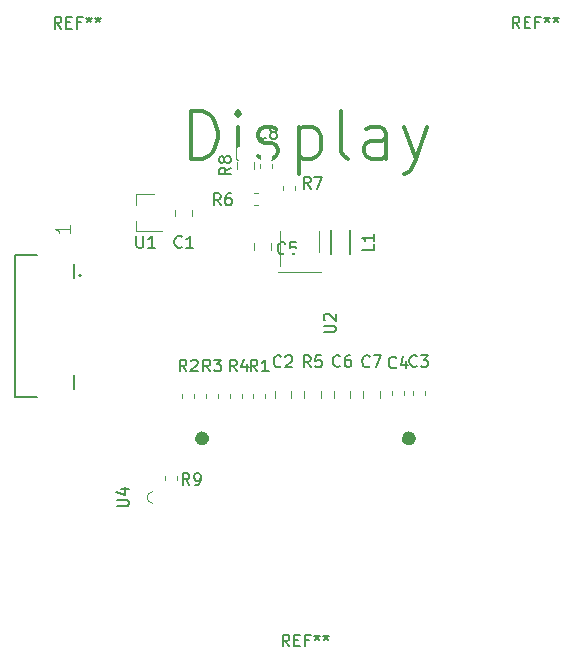
<source format=gto>
G04 #@! TF.GenerationSoftware,KiCad,Pcbnew,(5.1.5)-3*
G04 #@! TF.CreationDate,2021-12-13T18:27:46+01:00*
G04 #@! TF.ProjectId,LidPCB,4c696450-4342-42e6-9b69-6361645f7063,rev?*
G04 #@! TF.SameCoordinates,Original*
G04 #@! TF.FileFunction,Legend,Top*
G04 #@! TF.FilePolarity,Positive*
%FSLAX46Y46*%
G04 Gerber Fmt 4.6, Leading zero omitted, Abs format (unit mm)*
G04 Created by KiCad (PCBNEW (5.1.5)-3) date 2021-12-13 18:27:46*
%MOMM*%
%LPD*%
G04 APERTURE LIST*
%ADD10C,0.120000*%
%ADD11C,1.000000*%
%ADD12C,0.200000*%
%ADD13C,0.127000*%
%ADD14C,0.150000*%
%ADD15C,0.096520*%
%ADD16C,0.300000*%
%ADD17C,2.200000*%
%ADD18R,2.103200X0.803200*%
%ADD19R,3.003200X2.303200*%
%ADD20C,0.100000*%
%ADD21R,0.558800X1.981200*%
%ADD22R,0.350000X2.500000*%
%ADD23R,0.650000X1.560000*%
%ADD24R,0.900000X0.800000*%
%ADD25R,1.000000X0.900000*%
G04 APERTURE END LIST*
D10*
X138600000Y-82900000D02*
X142200000Y-82900000D01*
D11*
X149750000Y-97000000D02*
G75*
G03X149750000Y-97000000I-100000J0D01*
G01*
X132250000Y-97000000D02*
G75*
G03X132250000Y-97000000I-100000J0D01*
G01*
D10*
X132702268Y-97000000D02*
G75*
G03X132702268Y-97000000I-552268J0D01*
G01*
X150202268Y-97000000D02*
G75*
G03X150202268Y-97000000I-552268J0D01*
G01*
D12*
X121900000Y-83200000D02*
G75*
G03X121900000Y-83200000I-100000J0D01*
G01*
X121300000Y-91600000D02*
X121300000Y-92800000D01*
X121300000Y-82200000D02*
X121300000Y-83400000D01*
X116300000Y-93500000D02*
X118200000Y-93500000D01*
X116300000Y-81500000D02*
X116300000Y-93500000D01*
X118200000Y-81500000D02*
X116300000Y-81500000D01*
D10*
X136510000Y-74161252D02*
X136510000Y-73638748D01*
X135090000Y-74161252D02*
X135090000Y-73638748D01*
X128000000Y-102500000D02*
G75*
G02X128000000Y-101500000I0J500000D01*
G01*
X142210000Y-93536252D02*
X142210000Y-93013748D01*
X140790000Y-93536252D02*
X140790000Y-93013748D01*
X130010000Y-100546267D02*
X130010000Y-100203733D01*
X128990000Y-100546267D02*
X128990000Y-100203733D01*
X138790000Y-79450000D02*
X138790000Y-82400000D01*
X142010000Y-81250000D02*
X142010000Y-79450000D01*
X126590000Y-76320000D02*
X128050000Y-76320000D01*
X126590000Y-79480000D02*
X128750000Y-79480000D01*
X126590000Y-79480000D02*
X126590000Y-78550000D01*
X126590000Y-76320000D02*
X126590000Y-77250000D01*
X140010000Y-75971267D02*
X140010000Y-75628733D01*
X138990000Y-75971267D02*
X138990000Y-75628733D01*
X136528733Y-77210000D02*
X136871267Y-77210000D01*
X136528733Y-76190000D02*
X136871267Y-76190000D01*
X134490000Y-93203733D02*
X134490000Y-93546267D01*
X135510000Y-93203733D02*
X135510000Y-93546267D01*
X132490000Y-93203733D02*
X132490000Y-93546267D01*
X133510000Y-93203733D02*
X133510000Y-93546267D01*
X130490000Y-93203733D02*
X130490000Y-93546267D01*
X131510000Y-93203733D02*
X131510000Y-93546267D01*
X136490000Y-93203733D02*
X136490000Y-93546267D01*
X137510000Y-93203733D02*
X137510000Y-93546267D01*
D13*
X144700000Y-79350000D02*
X144700000Y-81350000D01*
X143100000Y-81350000D02*
X143100000Y-79350000D01*
D10*
X137090000Y-73728733D02*
X137090000Y-74071267D01*
X138110000Y-73728733D02*
X138110000Y-74071267D01*
X147210000Y-93536252D02*
X147210000Y-93013748D01*
X145790000Y-93536252D02*
X145790000Y-93013748D01*
X144710000Y-93536252D02*
X144710000Y-93013748D01*
X143290000Y-93536252D02*
X143290000Y-93013748D01*
X137960000Y-81011252D02*
X137960000Y-80488748D01*
X136540000Y-81011252D02*
X136540000Y-80488748D01*
X148240000Y-92953733D02*
X148240000Y-93296267D01*
X149260000Y-92953733D02*
X149260000Y-93296267D01*
X149990000Y-92953733D02*
X149990000Y-93296267D01*
X151010000Y-92953733D02*
X151010000Y-93296267D01*
X138290000Y-93013748D02*
X138290000Y-93536252D01*
X139710000Y-93013748D02*
X139710000Y-93536252D01*
X131310000Y-78161252D02*
X131310000Y-77638748D01*
X129890000Y-78161252D02*
X129890000Y-77638748D01*
D14*
X139536666Y-114602380D02*
X139203333Y-114126190D01*
X138965238Y-114602380D02*
X138965238Y-113602380D01*
X139346190Y-113602380D01*
X139441428Y-113650000D01*
X139489047Y-113697619D01*
X139536666Y-113792857D01*
X139536666Y-113935714D01*
X139489047Y-114030952D01*
X139441428Y-114078571D01*
X139346190Y-114126190D01*
X138965238Y-114126190D01*
X139965238Y-114078571D02*
X140298571Y-114078571D01*
X140441428Y-114602380D02*
X139965238Y-114602380D01*
X139965238Y-113602380D01*
X140441428Y-113602380D01*
X141203333Y-114078571D02*
X140870000Y-114078571D01*
X140870000Y-114602380D02*
X140870000Y-113602380D01*
X141346190Y-113602380D01*
X141870000Y-113602380D02*
X141870000Y-113840476D01*
X141631904Y-113745238D02*
X141870000Y-113840476D01*
X142108095Y-113745238D01*
X141727142Y-114030952D02*
X141870000Y-113840476D01*
X142012857Y-114030952D01*
X142631904Y-113602380D02*
X142631904Y-113840476D01*
X142393809Y-113745238D02*
X142631904Y-113840476D01*
X142870000Y-113745238D01*
X142489047Y-114030952D02*
X142631904Y-113840476D01*
X142774761Y-114030952D01*
X120236666Y-62302380D02*
X119903333Y-61826190D01*
X119665238Y-62302380D02*
X119665238Y-61302380D01*
X120046190Y-61302380D01*
X120141428Y-61350000D01*
X120189047Y-61397619D01*
X120236666Y-61492857D01*
X120236666Y-61635714D01*
X120189047Y-61730952D01*
X120141428Y-61778571D01*
X120046190Y-61826190D01*
X119665238Y-61826190D01*
X120665238Y-61778571D02*
X120998571Y-61778571D01*
X121141428Y-62302380D02*
X120665238Y-62302380D01*
X120665238Y-61302380D01*
X121141428Y-61302380D01*
X121903333Y-61778571D02*
X121570000Y-61778571D01*
X121570000Y-62302380D02*
X121570000Y-61302380D01*
X122046190Y-61302380D01*
X122570000Y-61302380D02*
X122570000Y-61540476D01*
X122331904Y-61445238D02*
X122570000Y-61540476D01*
X122808095Y-61445238D01*
X122427142Y-61730952D02*
X122570000Y-61540476D01*
X122712857Y-61730952D01*
X123331904Y-61302380D02*
X123331904Y-61540476D01*
X123093809Y-61445238D02*
X123331904Y-61540476D01*
X123570000Y-61445238D01*
X123189047Y-61730952D02*
X123331904Y-61540476D01*
X123474761Y-61730952D01*
X159026666Y-62292380D02*
X158693333Y-61816190D01*
X158455238Y-62292380D02*
X158455238Y-61292380D01*
X158836190Y-61292380D01*
X158931428Y-61340000D01*
X158979047Y-61387619D01*
X159026666Y-61482857D01*
X159026666Y-61625714D01*
X158979047Y-61720952D01*
X158931428Y-61768571D01*
X158836190Y-61816190D01*
X158455238Y-61816190D01*
X159455238Y-61768571D02*
X159788571Y-61768571D01*
X159931428Y-62292380D02*
X159455238Y-62292380D01*
X159455238Y-61292380D01*
X159931428Y-61292380D01*
X160693333Y-61768571D02*
X160360000Y-61768571D01*
X160360000Y-62292380D02*
X160360000Y-61292380D01*
X160836190Y-61292380D01*
X161360000Y-61292380D02*
X161360000Y-61530476D01*
X161121904Y-61435238D02*
X161360000Y-61530476D01*
X161598095Y-61435238D01*
X161217142Y-61720952D02*
X161360000Y-61530476D01*
X161502857Y-61720952D01*
X162121904Y-61292380D02*
X162121904Y-61530476D01*
X161883809Y-61435238D02*
X162121904Y-61530476D01*
X162360000Y-61435238D01*
X161979047Y-61720952D02*
X162121904Y-61530476D01*
X162264761Y-61720952D01*
D15*
X119736047Y-80099047D02*
X120597833Y-80099047D01*
X120770190Y-80156499D01*
X120885095Y-80271404D01*
X120942547Y-80443761D01*
X120942547Y-80558666D01*
X120942547Y-78892547D02*
X120942547Y-79581976D01*
X120942547Y-79237261D02*
X119736047Y-79237261D01*
X119908404Y-79352166D01*
X120023309Y-79467071D01*
X120080761Y-79581976D01*
D14*
X134602380Y-74066666D02*
X134126190Y-74400000D01*
X134602380Y-74638095D02*
X133602380Y-74638095D01*
X133602380Y-74257142D01*
X133650000Y-74161904D01*
X133697619Y-74114285D01*
X133792857Y-74066666D01*
X133935714Y-74066666D01*
X134030952Y-74114285D01*
X134078571Y-74161904D01*
X134126190Y-74257142D01*
X134126190Y-74638095D01*
X134030952Y-73495238D02*
X133983333Y-73590476D01*
X133935714Y-73638095D01*
X133840476Y-73685714D01*
X133792857Y-73685714D01*
X133697619Y-73638095D01*
X133650000Y-73590476D01*
X133602380Y-73495238D01*
X133602380Y-73304761D01*
X133650000Y-73209523D01*
X133697619Y-73161904D01*
X133792857Y-73114285D01*
X133840476Y-73114285D01*
X133935714Y-73161904D01*
X133983333Y-73209523D01*
X134030952Y-73304761D01*
X134030952Y-73495238D01*
X134078571Y-73590476D01*
X134126190Y-73638095D01*
X134221428Y-73685714D01*
X134411904Y-73685714D01*
X134507142Y-73638095D01*
X134554761Y-73590476D01*
X134602380Y-73495238D01*
X134602380Y-73304761D01*
X134554761Y-73209523D01*
X134507142Y-73161904D01*
X134411904Y-73114285D01*
X134221428Y-73114285D01*
X134126190Y-73161904D01*
X134078571Y-73209523D01*
X134030952Y-73304761D01*
X124952380Y-102761904D02*
X125761904Y-102761904D01*
X125857142Y-102714285D01*
X125904761Y-102666666D01*
X125952380Y-102571428D01*
X125952380Y-102380952D01*
X125904761Y-102285714D01*
X125857142Y-102238095D01*
X125761904Y-102190476D01*
X124952380Y-102190476D01*
X125285714Y-101285714D02*
X125952380Y-101285714D01*
X124904761Y-101523809D02*
X125619047Y-101761904D01*
X125619047Y-101142857D01*
X141333333Y-90977380D02*
X141000000Y-90501190D01*
X140761904Y-90977380D02*
X140761904Y-89977380D01*
X141142857Y-89977380D01*
X141238095Y-90025000D01*
X141285714Y-90072619D01*
X141333333Y-90167857D01*
X141333333Y-90310714D01*
X141285714Y-90405952D01*
X141238095Y-90453571D01*
X141142857Y-90501190D01*
X140761904Y-90501190D01*
X142238095Y-89977380D02*
X141761904Y-89977380D01*
X141714285Y-90453571D01*
X141761904Y-90405952D01*
X141857142Y-90358333D01*
X142095238Y-90358333D01*
X142190476Y-90405952D01*
X142238095Y-90453571D01*
X142285714Y-90548809D01*
X142285714Y-90786904D01*
X142238095Y-90882142D01*
X142190476Y-90929761D01*
X142095238Y-90977380D01*
X141857142Y-90977380D01*
X141761904Y-90929761D01*
X141714285Y-90882142D01*
D16*
X131190476Y-73309523D02*
X131190476Y-69309523D01*
X132142857Y-69309523D01*
X132714285Y-69500000D01*
X133095238Y-69880952D01*
X133285714Y-70261904D01*
X133476190Y-71023809D01*
X133476190Y-71595238D01*
X133285714Y-72357142D01*
X133095238Y-72738095D01*
X132714285Y-73119047D01*
X132142857Y-73309523D01*
X131190476Y-73309523D01*
X135190476Y-73309523D02*
X135190476Y-70642857D01*
X135190476Y-69309523D02*
X135000000Y-69500000D01*
X135190476Y-69690476D01*
X135380952Y-69500000D01*
X135190476Y-69309523D01*
X135190476Y-69690476D01*
X136904761Y-73119047D02*
X137285714Y-73309523D01*
X138047619Y-73309523D01*
X138428571Y-73119047D01*
X138619047Y-72738095D01*
X138619047Y-72547619D01*
X138428571Y-72166666D01*
X138047619Y-71976190D01*
X137476190Y-71976190D01*
X137095238Y-71785714D01*
X136904761Y-71404761D01*
X136904761Y-71214285D01*
X137095238Y-70833333D01*
X137476190Y-70642857D01*
X138047619Y-70642857D01*
X138428571Y-70833333D01*
X140333333Y-70642857D02*
X140333333Y-74642857D01*
X140333333Y-70833333D02*
X140714285Y-70642857D01*
X141476190Y-70642857D01*
X141857142Y-70833333D01*
X142047619Y-71023809D01*
X142238095Y-71404761D01*
X142238095Y-72547619D01*
X142047619Y-72928571D01*
X141857142Y-73119047D01*
X141476190Y-73309523D01*
X140714285Y-73309523D01*
X140333333Y-73119047D01*
X144523809Y-73309523D02*
X144142857Y-73119047D01*
X143952380Y-72738095D01*
X143952380Y-69309523D01*
X147761904Y-73309523D02*
X147761904Y-71214285D01*
X147571428Y-70833333D01*
X147190476Y-70642857D01*
X146428571Y-70642857D01*
X146047619Y-70833333D01*
X147761904Y-73119047D02*
X147380952Y-73309523D01*
X146428571Y-73309523D01*
X146047619Y-73119047D01*
X145857142Y-72738095D01*
X145857142Y-72357142D01*
X146047619Y-71976190D01*
X146428571Y-71785714D01*
X147380952Y-71785714D01*
X147761904Y-71595238D01*
X149285714Y-70642857D02*
X150238095Y-73309523D01*
X151190476Y-70642857D02*
X150238095Y-73309523D01*
X149857142Y-74261904D01*
X149666666Y-74452380D01*
X149285714Y-74642857D01*
D14*
X131083333Y-100952380D02*
X130750000Y-100476190D01*
X130511904Y-100952380D02*
X130511904Y-99952380D01*
X130892857Y-99952380D01*
X130988095Y-100000000D01*
X131035714Y-100047619D01*
X131083333Y-100142857D01*
X131083333Y-100285714D01*
X131035714Y-100380952D01*
X130988095Y-100428571D01*
X130892857Y-100476190D01*
X130511904Y-100476190D01*
X131559523Y-100952380D02*
X131750000Y-100952380D01*
X131845238Y-100904761D01*
X131892857Y-100857142D01*
X131988095Y-100714285D01*
X132035714Y-100523809D01*
X132035714Y-100142857D01*
X131988095Y-100047619D01*
X131940476Y-100000000D01*
X131845238Y-99952380D01*
X131654761Y-99952380D01*
X131559523Y-100000000D01*
X131511904Y-100047619D01*
X131464285Y-100142857D01*
X131464285Y-100380952D01*
X131511904Y-100476190D01*
X131559523Y-100523809D01*
X131654761Y-100571428D01*
X131845238Y-100571428D01*
X131940476Y-100523809D01*
X131988095Y-100476190D01*
X132035714Y-100380952D01*
X142452380Y-88011904D02*
X143261904Y-88011904D01*
X143357142Y-87964285D01*
X143404761Y-87916666D01*
X143452380Y-87821428D01*
X143452380Y-87630952D01*
X143404761Y-87535714D01*
X143357142Y-87488095D01*
X143261904Y-87440476D01*
X142452380Y-87440476D01*
X142547619Y-87011904D02*
X142500000Y-86964285D01*
X142452380Y-86869047D01*
X142452380Y-86630952D01*
X142500000Y-86535714D01*
X142547619Y-86488095D01*
X142642857Y-86440476D01*
X142738095Y-86440476D01*
X142880952Y-86488095D01*
X143452380Y-87059523D01*
X143452380Y-86440476D01*
X126588095Y-79852380D02*
X126588095Y-80661904D01*
X126635714Y-80757142D01*
X126683333Y-80804761D01*
X126778571Y-80852380D01*
X126969047Y-80852380D01*
X127064285Y-80804761D01*
X127111904Y-80757142D01*
X127159523Y-80661904D01*
X127159523Y-79852380D01*
X128159523Y-80852380D02*
X127588095Y-80852380D01*
X127873809Y-80852380D02*
X127873809Y-79852380D01*
X127778571Y-79995238D01*
X127683333Y-80090476D01*
X127588095Y-80138095D01*
X141333333Y-75852380D02*
X141000000Y-75376190D01*
X140761904Y-75852380D02*
X140761904Y-74852380D01*
X141142857Y-74852380D01*
X141238095Y-74900000D01*
X141285714Y-74947619D01*
X141333333Y-75042857D01*
X141333333Y-75185714D01*
X141285714Y-75280952D01*
X141238095Y-75328571D01*
X141142857Y-75376190D01*
X140761904Y-75376190D01*
X141666666Y-74852380D02*
X142333333Y-74852380D01*
X141904761Y-75852380D01*
X133733333Y-77252380D02*
X133400000Y-76776190D01*
X133161904Y-77252380D02*
X133161904Y-76252380D01*
X133542857Y-76252380D01*
X133638095Y-76300000D01*
X133685714Y-76347619D01*
X133733333Y-76442857D01*
X133733333Y-76585714D01*
X133685714Y-76680952D01*
X133638095Y-76728571D01*
X133542857Y-76776190D01*
X133161904Y-76776190D01*
X134590476Y-76252380D02*
X134400000Y-76252380D01*
X134304761Y-76300000D01*
X134257142Y-76347619D01*
X134161904Y-76490476D01*
X134114285Y-76680952D01*
X134114285Y-77061904D01*
X134161904Y-77157142D01*
X134209523Y-77204761D01*
X134304761Y-77252380D01*
X134495238Y-77252380D01*
X134590476Y-77204761D01*
X134638095Y-77157142D01*
X134685714Y-77061904D01*
X134685714Y-76823809D01*
X134638095Y-76728571D01*
X134590476Y-76680952D01*
X134495238Y-76633333D01*
X134304761Y-76633333D01*
X134209523Y-76680952D01*
X134161904Y-76728571D01*
X134114285Y-76823809D01*
X135083333Y-91327380D02*
X134750000Y-90851190D01*
X134511904Y-91327380D02*
X134511904Y-90327380D01*
X134892857Y-90327380D01*
X134988095Y-90375000D01*
X135035714Y-90422619D01*
X135083333Y-90517857D01*
X135083333Y-90660714D01*
X135035714Y-90755952D01*
X134988095Y-90803571D01*
X134892857Y-90851190D01*
X134511904Y-90851190D01*
X135940476Y-90660714D02*
X135940476Y-91327380D01*
X135702380Y-90279761D02*
X135464285Y-90994047D01*
X136083333Y-90994047D01*
X132833333Y-91327380D02*
X132500000Y-90851190D01*
X132261904Y-91327380D02*
X132261904Y-90327380D01*
X132642857Y-90327380D01*
X132738095Y-90375000D01*
X132785714Y-90422619D01*
X132833333Y-90517857D01*
X132833333Y-90660714D01*
X132785714Y-90755952D01*
X132738095Y-90803571D01*
X132642857Y-90851190D01*
X132261904Y-90851190D01*
X133166666Y-90327380D02*
X133785714Y-90327380D01*
X133452380Y-90708333D01*
X133595238Y-90708333D01*
X133690476Y-90755952D01*
X133738095Y-90803571D01*
X133785714Y-90898809D01*
X133785714Y-91136904D01*
X133738095Y-91232142D01*
X133690476Y-91279761D01*
X133595238Y-91327380D01*
X133309523Y-91327380D01*
X133214285Y-91279761D01*
X133166666Y-91232142D01*
X130833333Y-91327380D02*
X130500000Y-90851190D01*
X130261904Y-91327380D02*
X130261904Y-90327380D01*
X130642857Y-90327380D01*
X130738095Y-90375000D01*
X130785714Y-90422619D01*
X130833333Y-90517857D01*
X130833333Y-90660714D01*
X130785714Y-90755952D01*
X130738095Y-90803571D01*
X130642857Y-90851190D01*
X130261904Y-90851190D01*
X131214285Y-90422619D02*
X131261904Y-90375000D01*
X131357142Y-90327380D01*
X131595238Y-90327380D01*
X131690476Y-90375000D01*
X131738095Y-90422619D01*
X131785714Y-90517857D01*
X131785714Y-90613095D01*
X131738095Y-90755952D01*
X131166666Y-91327380D01*
X131785714Y-91327380D01*
X136833333Y-91327380D02*
X136500000Y-90851190D01*
X136261904Y-91327380D02*
X136261904Y-90327380D01*
X136642857Y-90327380D01*
X136738095Y-90375000D01*
X136785714Y-90422619D01*
X136833333Y-90517857D01*
X136833333Y-90660714D01*
X136785714Y-90755952D01*
X136738095Y-90803571D01*
X136642857Y-90851190D01*
X136261904Y-90851190D01*
X137785714Y-91327380D02*
X137214285Y-91327380D01*
X137500000Y-91327380D02*
X137500000Y-90327380D01*
X137404761Y-90470238D01*
X137309523Y-90565476D01*
X137214285Y-90613095D01*
X146697380Y-80571666D02*
X146697380Y-81047857D01*
X145697380Y-81047857D01*
X146697380Y-79714523D02*
X146697380Y-80285952D01*
X146697380Y-80000238D02*
X145697380Y-80000238D01*
X145840238Y-80095476D01*
X145935476Y-80190714D01*
X145983095Y-80285952D01*
X137533333Y-71557142D02*
X137485714Y-71604761D01*
X137342857Y-71652380D01*
X137247619Y-71652380D01*
X137104761Y-71604761D01*
X137009523Y-71509523D01*
X136961904Y-71414285D01*
X136914285Y-71223809D01*
X136914285Y-71080952D01*
X136961904Y-70890476D01*
X137009523Y-70795238D01*
X137104761Y-70700000D01*
X137247619Y-70652380D01*
X137342857Y-70652380D01*
X137485714Y-70700000D01*
X137533333Y-70747619D01*
X138104761Y-71080952D02*
X138009523Y-71033333D01*
X137961904Y-70985714D01*
X137914285Y-70890476D01*
X137914285Y-70842857D01*
X137961904Y-70747619D01*
X138009523Y-70700000D01*
X138104761Y-70652380D01*
X138295238Y-70652380D01*
X138390476Y-70700000D01*
X138438095Y-70747619D01*
X138485714Y-70842857D01*
X138485714Y-70890476D01*
X138438095Y-70985714D01*
X138390476Y-71033333D01*
X138295238Y-71080952D01*
X138104761Y-71080952D01*
X138009523Y-71128571D01*
X137961904Y-71176190D01*
X137914285Y-71271428D01*
X137914285Y-71461904D01*
X137961904Y-71557142D01*
X138009523Y-71604761D01*
X138104761Y-71652380D01*
X138295238Y-71652380D01*
X138390476Y-71604761D01*
X138438095Y-71557142D01*
X138485714Y-71461904D01*
X138485714Y-71271428D01*
X138438095Y-71176190D01*
X138390476Y-71128571D01*
X138295238Y-71080952D01*
X146333333Y-90882142D02*
X146285714Y-90929761D01*
X146142857Y-90977380D01*
X146047619Y-90977380D01*
X145904761Y-90929761D01*
X145809523Y-90834523D01*
X145761904Y-90739285D01*
X145714285Y-90548809D01*
X145714285Y-90405952D01*
X145761904Y-90215476D01*
X145809523Y-90120238D01*
X145904761Y-90025000D01*
X146047619Y-89977380D01*
X146142857Y-89977380D01*
X146285714Y-90025000D01*
X146333333Y-90072619D01*
X146666666Y-89977380D02*
X147333333Y-89977380D01*
X146904761Y-90977380D01*
X143833333Y-90857142D02*
X143785714Y-90904761D01*
X143642857Y-90952380D01*
X143547619Y-90952380D01*
X143404761Y-90904761D01*
X143309523Y-90809523D01*
X143261904Y-90714285D01*
X143214285Y-90523809D01*
X143214285Y-90380952D01*
X143261904Y-90190476D01*
X143309523Y-90095238D01*
X143404761Y-90000000D01*
X143547619Y-89952380D01*
X143642857Y-89952380D01*
X143785714Y-90000000D01*
X143833333Y-90047619D01*
X144690476Y-89952380D02*
X144500000Y-89952380D01*
X144404761Y-90000000D01*
X144357142Y-90047619D01*
X144261904Y-90190476D01*
X144214285Y-90380952D01*
X144214285Y-90761904D01*
X144261904Y-90857142D01*
X144309523Y-90904761D01*
X144404761Y-90952380D01*
X144595238Y-90952380D01*
X144690476Y-90904761D01*
X144738095Y-90857142D01*
X144785714Y-90761904D01*
X144785714Y-90523809D01*
X144738095Y-90428571D01*
X144690476Y-90380952D01*
X144595238Y-90333333D01*
X144404761Y-90333333D01*
X144309523Y-90380952D01*
X144261904Y-90428571D01*
X144214285Y-90523809D01*
X139183333Y-81307142D02*
X139135714Y-81354761D01*
X138992857Y-81402380D01*
X138897619Y-81402380D01*
X138754761Y-81354761D01*
X138659523Y-81259523D01*
X138611904Y-81164285D01*
X138564285Y-80973809D01*
X138564285Y-80830952D01*
X138611904Y-80640476D01*
X138659523Y-80545238D01*
X138754761Y-80450000D01*
X138897619Y-80402380D01*
X138992857Y-80402380D01*
X139135714Y-80450000D01*
X139183333Y-80497619D01*
X140088095Y-80402380D02*
X139611904Y-80402380D01*
X139564285Y-80878571D01*
X139611904Y-80830952D01*
X139707142Y-80783333D01*
X139945238Y-80783333D01*
X140040476Y-80830952D01*
X140088095Y-80878571D01*
X140135714Y-80973809D01*
X140135714Y-81211904D01*
X140088095Y-81307142D01*
X140040476Y-81354761D01*
X139945238Y-81402380D01*
X139707142Y-81402380D01*
X139611904Y-81354761D01*
X139564285Y-81307142D01*
X148583333Y-90982142D02*
X148535714Y-91029761D01*
X148392857Y-91077380D01*
X148297619Y-91077380D01*
X148154761Y-91029761D01*
X148059523Y-90934523D01*
X148011904Y-90839285D01*
X147964285Y-90648809D01*
X147964285Y-90505952D01*
X148011904Y-90315476D01*
X148059523Y-90220238D01*
X148154761Y-90125000D01*
X148297619Y-90077380D01*
X148392857Y-90077380D01*
X148535714Y-90125000D01*
X148583333Y-90172619D01*
X149440476Y-90410714D02*
X149440476Y-91077380D01*
X149202380Y-90029761D02*
X148964285Y-90744047D01*
X149583333Y-90744047D01*
X150333333Y-90857142D02*
X150285714Y-90904761D01*
X150142857Y-90952380D01*
X150047619Y-90952380D01*
X149904761Y-90904761D01*
X149809523Y-90809523D01*
X149761904Y-90714285D01*
X149714285Y-90523809D01*
X149714285Y-90380952D01*
X149761904Y-90190476D01*
X149809523Y-90095238D01*
X149904761Y-90000000D01*
X150047619Y-89952380D01*
X150142857Y-89952380D01*
X150285714Y-90000000D01*
X150333333Y-90047619D01*
X150666666Y-89952380D02*
X151285714Y-89952380D01*
X150952380Y-90333333D01*
X151095238Y-90333333D01*
X151190476Y-90380952D01*
X151238095Y-90428571D01*
X151285714Y-90523809D01*
X151285714Y-90761904D01*
X151238095Y-90857142D01*
X151190476Y-90904761D01*
X151095238Y-90952380D01*
X150809523Y-90952380D01*
X150714285Y-90904761D01*
X150666666Y-90857142D01*
X138833333Y-90882142D02*
X138785714Y-90929761D01*
X138642857Y-90977380D01*
X138547619Y-90977380D01*
X138404761Y-90929761D01*
X138309523Y-90834523D01*
X138261904Y-90739285D01*
X138214285Y-90548809D01*
X138214285Y-90405952D01*
X138261904Y-90215476D01*
X138309523Y-90120238D01*
X138404761Y-90025000D01*
X138547619Y-89977380D01*
X138642857Y-89977380D01*
X138785714Y-90025000D01*
X138833333Y-90072619D01*
X139214285Y-90072619D02*
X139261904Y-90025000D01*
X139357142Y-89977380D01*
X139595238Y-89977380D01*
X139690476Y-90025000D01*
X139738095Y-90072619D01*
X139785714Y-90167857D01*
X139785714Y-90263095D01*
X139738095Y-90405952D01*
X139166666Y-90977380D01*
X139785714Y-90977380D01*
X130433333Y-80757142D02*
X130385714Y-80804761D01*
X130242857Y-80852380D01*
X130147619Y-80852380D01*
X130004761Y-80804761D01*
X129909523Y-80709523D01*
X129861904Y-80614285D01*
X129814285Y-80423809D01*
X129814285Y-80280952D01*
X129861904Y-80090476D01*
X129909523Y-79995238D01*
X130004761Y-79900000D01*
X130147619Y-79852380D01*
X130242857Y-79852380D01*
X130385714Y-79900000D01*
X130433333Y-79947619D01*
X131385714Y-80852380D02*
X130814285Y-80852380D01*
X131100000Y-80852380D02*
X131100000Y-79852380D01*
X131004761Y-79995238D01*
X130909523Y-80090476D01*
X130814285Y-80138095D01*
%LPC*%
D17*
X140870000Y-117350000D03*
X121570000Y-65050000D03*
X160360000Y-65040000D03*
D18*
X122250000Y-91000000D03*
X122250000Y-90000000D03*
X122250000Y-89000000D03*
X122250000Y-88000000D03*
D19*
X119900000Y-94150000D03*
X119900000Y-80850000D03*
D18*
X122250000Y-87000000D03*
X122250000Y-86000000D03*
X122250000Y-85000000D03*
X122250000Y-84000000D03*
D20*
G36*
X136274505Y-72301204D02*
G01*
X136298773Y-72304804D01*
X136322572Y-72310765D01*
X136345671Y-72319030D01*
X136367850Y-72329520D01*
X136388893Y-72342132D01*
X136408599Y-72356747D01*
X136426777Y-72373223D01*
X136443253Y-72391401D01*
X136457868Y-72411107D01*
X136470480Y-72432150D01*
X136480970Y-72454329D01*
X136489235Y-72477428D01*
X136495196Y-72501227D01*
X136498796Y-72525495D01*
X136500000Y-72549999D01*
X136500000Y-73200001D01*
X136498796Y-73224505D01*
X136495196Y-73248773D01*
X136489235Y-73272572D01*
X136480970Y-73295671D01*
X136470480Y-73317850D01*
X136457868Y-73338893D01*
X136443253Y-73358599D01*
X136426777Y-73376777D01*
X136408599Y-73393253D01*
X136388893Y-73407868D01*
X136367850Y-73420480D01*
X136345671Y-73430970D01*
X136322572Y-73439235D01*
X136298773Y-73445196D01*
X136274505Y-73448796D01*
X136250001Y-73450000D01*
X135349999Y-73450000D01*
X135325495Y-73448796D01*
X135301227Y-73445196D01*
X135277428Y-73439235D01*
X135254329Y-73430970D01*
X135232150Y-73420480D01*
X135211107Y-73407868D01*
X135191401Y-73393253D01*
X135173223Y-73376777D01*
X135156747Y-73358599D01*
X135142132Y-73338893D01*
X135129520Y-73317850D01*
X135119030Y-73295671D01*
X135110765Y-73272572D01*
X135104804Y-73248773D01*
X135101204Y-73224505D01*
X135100000Y-73200001D01*
X135100000Y-72549999D01*
X135101204Y-72525495D01*
X135104804Y-72501227D01*
X135110765Y-72477428D01*
X135119030Y-72454329D01*
X135129520Y-72432150D01*
X135142132Y-72411107D01*
X135156747Y-72391401D01*
X135173223Y-72373223D01*
X135191401Y-72356747D01*
X135211107Y-72342132D01*
X135232150Y-72329520D01*
X135254329Y-72319030D01*
X135277428Y-72310765D01*
X135301227Y-72304804D01*
X135325495Y-72301204D01*
X135349999Y-72300000D01*
X136250001Y-72300000D01*
X136274505Y-72301204D01*
G37*
G36*
X136274505Y-74351204D02*
G01*
X136298773Y-74354804D01*
X136322572Y-74360765D01*
X136345671Y-74369030D01*
X136367850Y-74379520D01*
X136388893Y-74392132D01*
X136408599Y-74406747D01*
X136426777Y-74423223D01*
X136443253Y-74441401D01*
X136457868Y-74461107D01*
X136470480Y-74482150D01*
X136480970Y-74504329D01*
X136489235Y-74527428D01*
X136495196Y-74551227D01*
X136498796Y-74575495D01*
X136500000Y-74599999D01*
X136500000Y-75250001D01*
X136498796Y-75274505D01*
X136495196Y-75298773D01*
X136489235Y-75322572D01*
X136480970Y-75345671D01*
X136470480Y-75367850D01*
X136457868Y-75388893D01*
X136443253Y-75408599D01*
X136426777Y-75426777D01*
X136408599Y-75443253D01*
X136388893Y-75457868D01*
X136367850Y-75470480D01*
X136345671Y-75480970D01*
X136322572Y-75489235D01*
X136298773Y-75495196D01*
X136274505Y-75498796D01*
X136250001Y-75500000D01*
X135349999Y-75500000D01*
X135325495Y-75498796D01*
X135301227Y-75495196D01*
X135277428Y-75489235D01*
X135254329Y-75480970D01*
X135232150Y-75470480D01*
X135211107Y-75457868D01*
X135191401Y-75443253D01*
X135173223Y-75426777D01*
X135156747Y-75408599D01*
X135142132Y-75388893D01*
X135129520Y-75367850D01*
X135119030Y-75345671D01*
X135110765Y-75322572D01*
X135104804Y-75298773D01*
X135101204Y-75274505D01*
X135100000Y-75250001D01*
X135100000Y-74599999D01*
X135101204Y-74575495D01*
X135104804Y-74551227D01*
X135110765Y-74527428D01*
X135119030Y-74504329D01*
X135129520Y-74482150D01*
X135142132Y-74461107D01*
X135156747Y-74441401D01*
X135173223Y-74423223D01*
X135191401Y-74406747D01*
X135211107Y-74392132D01*
X135232150Y-74379520D01*
X135254329Y-74369030D01*
X135277428Y-74360765D01*
X135301227Y-74354804D01*
X135325495Y-74351204D01*
X135349999Y-74350000D01*
X136250001Y-74350000D01*
X136274505Y-74351204D01*
G37*
D21*
X127405000Y-104463800D03*
X126135000Y-104463800D03*
X124865000Y-104463800D03*
X123595000Y-104463800D03*
X123595000Y-99536200D03*
X124865000Y-99536200D03*
X126135000Y-99536200D03*
X127405000Y-99536200D03*
D20*
G36*
X141974505Y-91676204D02*
G01*
X141998773Y-91679804D01*
X142022572Y-91685765D01*
X142045671Y-91694030D01*
X142067850Y-91704520D01*
X142088893Y-91717132D01*
X142108599Y-91731747D01*
X142126777Y-91748223D01*
X142143253Y-91766401D01*
X142157868Y-91786107D01*
X142170480Y-91807150D01*
X142180970Y-91829329D01*
X142189235Y-91852428D01*
X142195196Y-91876227D01*
X142198796Y-91900495D01*
X142200000Y-91924999D01*
X142200000Y-92575001D01*
X142198796Y-92599505D01*
X142195196Y-92623773D01*
X142189235Y-92647572D01*
X142180970Y-92670671D01*
X142170480Y-92692850D01*
X142157868Y-92713893D01*
X142143253Y-92733599D01*
X142126777Y-92751777D01*
X142108599Y-92768253D01*
X142088893Y-92782868D01*
X142067850Y-92795480D01*
X142045671Y-92805970D01*
X142022572Y-92814235D01*
X141998773Y-92820196D01*
X141974505Y-92823796D01*
X141950001Y-92825000D01*
X141049999Y-92825000D01*
X141025495Y-92823796D01*
X141001227Y-92820196D01*
X140977428Y-92814235D01*
X140954329Y-92805970D01*
X140932150Y-92795480D01*
X140911107Y-92782868D01*
X140891401Y-92768253D01*
X140873223Y-92751777D01*
X140856747Y-92733599D01*
X140842132Y-92713893D01*
X140829520Y-92692850D01*
X140819030Y-92670671D01*
X140810765Y-92647572D01*
X140804804Y-92623773D01*
X140801204Y-92599505D01*
X140800000Y-92575001D01*
X140800000Y-91924999D01*
X140801204Y-91900495D01*
X140804804Y-91876227D01*
X140810765Y-91852428D01*
X140819030Y-91829329D01*
X140829520Y-91807150D01*
X140842132Y-91786107D01*
X140856747Y-91766401D01*
X140873223Y-91748223D01*
X140891401Y-91731747D01*
X140911107Y-91717132D01*
X140932150Y-91704520D01*
X140954329Y-91694030D01*
X140977428Y-91685765D01*
X141001227Y-91679804D01*
X141025495Y-91676204D01*
X141049999Y-91675000D01*
X141950001Y-91675000D01*
X141974505Y-91676204D01*
G37*
G36*
X141974505Y-93726204D02*
G01*
X141998773Y-93729804D01*
X142022572Y-93735765D01*
X142045671Y-93744030D01*
X142067850Y-93754520D01*
X142088893Y-93767132D01*
X142108599Y-93781747D01*
X142126777Y-93798223D01*
X142143253Y-93816401D01*
X142157868Y-93836107D01*
X142170480Y-93857150D01*
X142180970Y-93879329D01*
X142189235Y-93902428D01*
X142195196Y-93926227D01*
X142198796Y-93950495D01*
X142200000Y-93974999D01*
X142200000Y-94625001D01*
X142198796Y-94649505D01*
X142195196Y-94673773D01*
X142189235Y-94697572D01*
X142180970Y-94720671D01*
X142170480Y-94742850D01*
X142157868Y-94763893D01*
X142143253Y-94783599D01*
X142126777Y-94801777D01*
X142108599Y-94818253D01*
X142088893Y-94832868D01*
X142067850Y-94845480D01*
X142045671Y-94855970D01*
X142022572Y-94864235D01*
X141998773Y-94870196D01*
X141974505Y-94873796D01*
X141950001Y-94875000D01*
X141049999Y-94875000D01*
X141025495Y-94873796D01*
X141001227Y-94870196D01*
X140977428Y-94864235D01*
X140954329Y-94855970D01*
X140932150Y-94845480D01*
X140911107Y-94832868D01*
X140891401Y-94818253D01*
X140873223Y-94801777D01*
X140856747Y-94783599D01*
X140842132Y-94763893D01*
X140829520Y-94742850D01*
X140819030Y-94720671D01*
X140810765Y-94697572D01*
X140804804Y-94673773D01*
X140801204Y-94649505D01*
X140800000Y-94625001D01*
X140800000Y-93974999D01*
X140801204Y-93950495D01*
X140804804Y-93926227D01*
X140810765Y-93902428D01*
X140819030Y-93879329D01*
X140829520Y-93857150D01*
X140842132Y-93836107D01*
X140856747Y-93816401D01*
X140873223Y-93798223D01*
X140891401Y-93781747D01*
X140911107Y-93767132D01*
X140932150Y-93754520D01*
X140954329Y-93744030D01*
X140977428Y-93735765D01*
X141001227Y-93729804D01*
X141025495Y-93726204D01*
X141049999Y-93725000D01*
X141950001Y-93725000D01*
X141974505Y-93726204D01*
G37*
D22*
X133050000Y-99450000D03*
X133700000Y-99450000D03*
X134350000Y-99450000D03*
X135000000Y-99450000D03*
X135650000Y-99450000D03*
X136300000Y-99450000D03*
X136950000Y-99450000D03*
X137600000Y-99450000D03*
X138250000Y-99450000D03*
X138900000Y-99450000D03*
X139550000Y-99450000D03*
X140200000Y-99450000D03*
X140850000Y-99450000D03*
X141500000Y-99450000D03*
X142150000Y-99450000D03*
X142800000Y-99450000D03*
X143450000Y-99450000D03*
X144100000Y-99450000D03*
X144750000Y-99450000D03*
X145400000Y-99450000D03*
X146050000Y-99450000D03*
X146700000Y-99450000D03*
X147350000Y-99450000D03*
X148000000Y-99450000D03*
X148650000Y-99450000D03*
D20*
G36*
X129760779Y-98976144D02*
G01*
X129783834Y-98979563D01*
X129806443Y-98985227D01*
X129828387Y-98993079D01*
X129849457Y-99003044D01*
X129869448Y-99015026D01*
X129888168Y-99028910D01*
X129905438Y-99044562D01*
X129921090Y-99061832D01*
X129934974Y-99080552D01*
X129946956Y-99100543D01*
X129956921Y-99121613D01*
X129964773Y-99143557D01*
X129970437Y-99166166D01*
X129973856Y-99189221D01*
X129975000Y-99212500D01*
X129975000Y-99787500D01*
X129973856Y-99810779D01*
X129970437Y-99833834D01*
X129964773Y-99856443D01*
X129956921Y-99878387D01*
X129946956Y-99899457D01*
X129934974Y-99919448D01*
X129921090Y-99938168D01*
X129905438Y-99955438D01*
X129888168Y-99971090D01*
X129869448Y-99984974D01*
X129849457Y-99996956D01*
X129828387Y-100006921D01*
X129806443Y-100014773D01*
X129783834Y-100020437D01*
X129760779Y-100023856D01*
X129737500Y-100025000D01*
X129262500Y-100025000D01*
X129239221Y-100023856D01*
X129216166Y-100020437D01*
X129193557Y-100014773D01*
X129171613Y-100006921D01*
X129150543Y-99996956D01*
X129130552Y-99984974D01*
X129111832Y-99971090D01*
X129094562Y-99955438D01*
X129078910Y-99938168D01*
X129065026Y-99919448D01*
X129053044Y-99899457D01*
X129043079Y-99878387D01*
X129035227Y-99856443D01*
X129029563Y-99833834D01*
X129026144Y-99810779D01*
X129025000Y-99787500D01*
X129025000Y-99212500D01*
X129026144Y-99189221D01*
X129029563Y-99166166D01*
X129035227Y-99143557D01*
X129043079Y-99121613D01*
X129053044Y-99100543D01*
X129065026Y-99080552D01*
X129078910Y-99061832D01*
X129094562Y-99044562D01*
X129111832Y-99028910D01*
X129130552Y-99015026D01*
X129150543Y-99003044D01*
X129171613Y-98993079D01*
X129193557Y-98985227D01*
X129216166Y-98979563D01*
X129239221Y-98976144D01*
X129262500Y-98975000D01*
X129737500Y-98975000D01*
X129760779Y-98976144D01*
G37*
G36*
X129760779Y-100726144D02*
G01*
X129783834Y-100729563D01*
X129806443Y-100735227D01*
X129828387Y-100743079D01*
X129849457Y-100753044D01*
X129869448Y-100765026D01*
X129888168Y-100778910D01*
X129905438Y-100794562D01*
X129921090Y-100811832D01*
X129934974Y-100830552D01*
X129946956Y-100850543D01*
X129956921Y-100871613D01*
X129964773Y-100893557D01*
X129970437Y-100916166D01*
X129973856Y-100939221D01*
X129975000Y-100962500D01*
X129975000Y-101537500D01*
X129973856Y-101560779D01*
X129970437Y-101583834D01*
X129964773Y-101606443D01*
X129956921Y-101628387D01*
X129946956Y-101649457D01*
X129934974Y-101669448D01*
X129921090Y-101688168D01*
X129905438Y-101705438D01*
X129888168Y-101721090D01*
X129869448Y-101734974D01*
X129849457Y-101746956D01*
X129828387Y-101756921D01*
X129806443Y-101764773D01*
X129783834Y-101770437D01*
X129760779Y-101773856D01*
X129737500Y-101775000D01*
X129262500Y-101775000D01*
X129239221Y-101773856D01*
X129216166Y-101770437D01*
X129193557Y-101764773D01*
X129171613Y-101756921D01*
X129150543Y-101746956D01*
X129130552Y-101734974D01*
X129111832Y-101721090D01*
X129094562Y-101705438D01*
X129078910Y-101688168D01*
X129065026Y-101669448D01*
X129053044Y-101649457D01*
X129043079Y-101628387D01*
X129035227Y-101606443D01*
X129029563Y-101583834D01*
X129026144Y-101560779D01*
X129025000Y-101537500D01*
X129025000Y-100962500D01*
X129026144Y-100939221D01*
X129029563Y-100916166D01*
X129035227Y-100893557D01*
X129043079Y-100871613D01*
X129053044Y-100850543D01*
X129065026Y-100830552D01*
X129078910Y-100811832D01*
X129094562Y-100794562D01*
X129111832Y-100778910D01*
X129130552Y-100765026D01*
X129150543Y-100753044D01*
X129171613Y-100743079D01*
X129193557Y-100735227D01*
X129216166Y-100729563D01*
X129239221Y-100726144D01*
X129262500Y-100725000D01*
X129737500Y-100725000D01*
X129760779Y-100726144D01*
G37*
D23*
X140400000Y-79000000D03*
X139450000Y-79000000D03*
X141350000Y-79000000D03*
X141350000Y-81700000D03*
X140400000Y-81700000D03*
X139450000Y-81700000D03*
D24*
X126350000Y-77900000D03*
X128350000Y-76950000D03*
X128350000Y-78850000D03*
D20*
G36*
X139760779Y-74401144D02*
G01*
X139783834Y-74404563D01*
X139806443Y-74410227D01*
X139828387Y-74418079D01*
X139849457Y-74428044D01*
X139869448Y-74440026D01*
X139888168Y-74453910D01*
X139905438Y-74469562D01*
X139921090Y-74486832D01*
X139934974Y-74505552D01*
X139946956Y-74525543D01*
X139956921Y-74546613D01*
X139964773Y-74568557D01*
X139970437Y-74591166D01*
X139973856Y-74614221D01*
X139975000Y-74637500D01*
X139975000Y-75212500D01*
X139973856Y-75235779D01*
X139970437Y-75258834D01*
X139964773Y-75281443D01*
X139956921Y-75303387D01*
X139946956Y-75324457D01*
X139934974Y-75344448D01*
X139921090Y-75363168D01*
X139905438Y-75380438D01*
X139888168Y-75396090D01*
X139869448Y-75409974D01*
X139849457Y-75421956D01*
X139828387Y-75431921D01*
X139806443Y-75439773D01*
X139783834Y-75445437D01*
X139760779Y-75448856D01*
X139737500Y-75450000D01*
X139262500Y-75450000D01*
X139239221Y-75448856D01*
X139216166Y-75445437D01*
X139193557Y-75439773D01*
X139171613Y-75431921D01*
X139150543Y-75421956D01*
X139130552Y-75409974D01*
X139111832Y-75396090D01*
X139094562Y-75380438D01*
X139078910Y-75363168D01*
X139065026Y-75344448D01*
X139053044Y-75324457D01*
X139043079Y-75303387D01*
X139035227Y-75281443D01*
X139029563Y-75258834D01*
X139026144Y-75235779D01*
X139025000Y-75212500D01*
X139025000Y-74637500D01*
X139026144Y-74614221D01*
X139029563Y-74591166D01*
X139035227Y-74568557D01*
X139043079Y-74546613D01*
X139053044Y-74525543D01*
X139065026Y-74505552D01*
X139078910Y-74486832D01*
X139094562Y-74469562D01*
X139111832Y-74453910D01*
X139130552Y-74440026D01*
X139150543Y-74428044D01*
X139171613Y-74418079D01*
X139193557Y-74410227D01*
X139216166Y-74404563D01*
X139239221Y-74401144D01*
X139262500Y-74400000D01*
X139737500Y-74400000D01*
X139760779Y-74401144D01*
G37*
G36*
X139760779Y-76151144D02*
G01*
X139783834Y-76154563D01*
X139806443Y-76160227D01*
X139828387Y-76168079D01*
X139849457Y-76178044D01*
X139869448Y-76190026D01*
X139888168Y-76203910D01*
X139905438Y-76219562D01*
X139921090Y-76236832D01*
X139934974Y-76255552D01*
X139946956Y-76275543D01*
X139956921Y-76296613D01*
X139964773Y-76318557D01*
X139970437Y-76341166D01*
X139973856Y-76364221D01*
X139975000Y-76387500D01*
X139975000Y-76962500D01*
X139973856Y-76985779D01*
X139970437Y-77008834D01*
X139964773Y-77031443D01*
X139956921Y-77053387D01*
X139946956Y-77074457D01*
X139934974Y-77094448D01*
X139921090Y-77113168D01*
X139905438Y-77130438D01*
X139888168Y-77146090D01*
X139869448Y-77159974D01*
X139849457Y-77171956D01*
X139828387Y-77181921D01*
X139806443Y-77189773D01*
X139783834Y-77195437D01*
X139760779Y-77198856D01*
X139737500Y-77200000D01*
X139262500Y-77200000D01*
X139239221Y-77198856D01*
X139216166Y-77195437D01*
X139193557Y-77189773D01*
X139171613Y-77181921D01*
X139150543Y-77171956D01*
X139130552Y-77159974D01*
X139111832Y-77146090D01*
X139094562Y-77130438D01*
X139078910Y-77113168D01*
X139065026Y-77094448D01*
X139053044Y-77074457D01*
X139043079Y-77053387D01*
X139035227Y-77031443D01*
X139029563Y-77008834D01*
X139026144Y-76985779D01*
X139025000Y-76962500D01*
X139025000Y-76387500D01*
X139026144Y-76364221D01*
X139029563Y-76341166D01*
X139035227Y-76318557D01*
X139043079Y-76296613D01*
X139053044Y-76275543D01*
X139065026Y-76255552D01*
X139078910Y-76236832D01*
X139094562Y-76219562D01*
X139111832Y-76203910D01*
X139130552Y-76190026D01*
X139150543Y-76178044D01*
X139171613Y-76168079D01*
X139193557Y-76160227D01*
X139216166Y-76154563D01*
X139239221Y-76151144D01*
X139262500Y-76150000D01*
X139737500Y-76150000D01*
X139760779Y-76151144D01*
G37*
G36*
X137885779Y-76226144D02*
G01*
X137908834Y-76229563D01*
X137931443Y-76235227D01*
X137953387Y-76243079D01*
X137974457Y-76253044D01*
X137994448Y-76265026D01*
X138013168Y-76278910D01*
X138030438Y-76294562D01*
X138046090Y-76311832D01*
X138059974Y-76330552D01*
X138071956Y-76350543D01*
X138081921Y-76371613D01*
X138089773Y-76393557D01*
X138095437Y-76416166D01*
X138098856Y-76439221D01*
X138100000Y-76462500D01*
X138100000Y-76937500D01*
X138098856Y-76960779D01*
X138095437Y-76983834D01*
X138089773Y-77006443D01*
X138081921Y-77028387D01*
X138071956Y-77049457D01*
X138059974Y-77069448D01*
X138046090Y-77088168D01*
X138030438Y-77105438D01*
X138013168Y-77121090D01*
X137994448Y-77134974D01*
X137974457Y-77146956D01*
X137953387Y-77156921D01*
X137931443Y-77164773D01*
X137908834Y-77170437D01*
X137885779Y-77173856D01*
X137862500Y-77175000D01*
X137287500Y-77175000D01*
X137264221Y-77173856D01*
X137241166Y-77170437D01*
X137218557Y-77164773D01*
X137196613Y-77156921D01*
X137175543Y-77146956D01*
X137155552Y-77134974D01*
X137136832Y-77121090D01*
X137119562Y-77105438D01*
X137103910Y-77088168D01*
X137090026Y-77069448D01*
X137078044Y-77049457D01*
X137068079Y-77028387D01*
X137060227Y-77006443D01*
X137054563Y-76983834D01*
X137051144Y-76960779D01*
X137050000Y-76937500D01*
X137050000Y-76462500D01*
X137051144Y-76439221D01*
X137054563Y-76416166D01*
X137060227Y-76393557D01*
X137068079Y-76371613D01*
X137078044Y-76350543D01*
X137090026Y-76330552D01*
X137103910Y-76311832D01*
X137119562Y-76294562D01*
X137136832Y-76278910D01*
X137155552Y-76265026D01*
X137175543Y-76253044D01*
X137196613Y-76243079D01*
X137218557Y-76235227D01*
X137241166Y-76229563D01*
X137264221Y-76226144D01*
X137287500Y-76225000D01*
X137862500Y-76225000D01*
X137885779Y-76226144D01*
G37*
G36*
X136135779Y-76226144D02*
G01*
X136158834Y-76229563D01*
X136181443Y-76235227D01*
X136203387Y-76243079D01*
X136224457Y-76253044D01*
X136244448Y-76265026D01*
X136263168Y-76278910D01*
X136280438Y-76294562D01*
X136296090Y-76311832D01*
X136309974Y-76330552D01*
X136321956Y-76350543D01*
X136331921Y-76371613D01*
X136339773Y-76393557D01*
X136345437Y-76416166D01*
X136348856Y-76439221D01*
X136350000Y-76462500D01*
X136350000Y-76937500D01*
X136348856Y-76960779D01*
X136345437Y-76983834D01*
X136339773Y-77006443D01*
X136331921Y-77028387D01*
X136321956Y-77049457D01*
X136309974Y-77069448D01*
X136296090Y-77088168D01*
X136280438Y-77105438D01*
X136263168Y-77121090D01*
X136244448Y-77134974D01*
X136224457Y-77146956D01*
X136203387Y-77156921D01*
X136181443Y-77164773D01*
X136158834Y-77170437D01*
X136135779Y-77173856D01*
X136112500Y-77175000D01*
X135537500Y-77175000D01*
X135514221Y-77173856D01*
X135491166Y-77170437D01*
X135468557Y-77164773D01*
X135446613Y-77156921D01*
X135425543Y-77146956D01*
X135405552Y-77134974D01*
X135386832Y-77121090D01*
X135369562Y-77105438D01*
X135353910Y-77088168D01*
X135340026Y-77069448D01*
X135328044Y-77049457D01*
X135318079Y-77028387D01*
X135310227Y-77006443D01*
X135304563Y-76983834D01*
X135301144Y-76960779D01*
X135300000Y-76937500D01*
X135300000Y-76462500D01*
X135301144Y-76439221D01*
X135304563Y-76416166D01*
X135310227Y-76393557D01*
X135318079Y-76371613D01*
X135328044Y-76350543D01*
X135340026Y-76330552D01*
X135353910Y-76311832D01*
X135369562Y-76294562D01*
X135386832Y-76278910D01*
X135405552Y-76265026D01*
X135425543Y-76253044D01*
X135446613Y-76243079D01*
X135468557Y-76235227D01*
X135491166Y-76229563D01*
X135514221Y-76226144D01*
X135537500Y-76225000D01*
X136112500Y-76225000D01*
X136135779Y-76226144D01*
G37*
G36*
X135260779Y-93726144D02*
G01*
X135283834Y-93729563D01*
X135306443Y-93735227D01*
X135328387Y-93743079D01*
X135349457Y-93753044D01*
X135369448Y-93765026D01*
X135388168Y-93778910D01*
X135405438Y-93794562D01*
X135421090Y-93811832D01*
X135434974Y-93830552D01*
X135446956Y-93850543D01*
X135456921Y-93871613D01*
X135464773Y-93893557D01*
X135470437Y-93916166D01*
X135473856Y-93939221D01*
X135475000Y-93962500D01*
X135475000Y-94537500D01*
X135473856Y-94560779D01*
X135470437Y-94583834D01*
X135464773Y-94606443D01*
X135456921Y-94628387D01*
X135446956Y-94649457D01*
X135434974Y-94669448D01*
X135421090Y-94688168D01*
X135405438Y-94705438D01*
X135388168Y-94721090D01*
X135369448Y-94734974D01*
X135349457Y-94746956D01*
X135328387Y-94756921D01*
X135306443Y-94764773D01*
X135283834Y-94770437D01*
X135260779Y-94773856D01*
X135237500Y-94775000D01*
X134762500Y-94775000D01*
X134739221Y-94773856D01*
X134716166Y-94770437D01*
X134693557Y-94764773D01*
X134671613Y-94756921D01*
X134650543Y-94746956D01*
X134630552Y-94734974D01*
X134611832Y-94721090D01*
X134594562Y-94705438D01*
X134578910Y-94688168D01*
X134565026Y-94669448D01*
X134553044Y-94649457D01*
X134543079Y-94628387D01*
X134535227Y-94606443D01*
X134529563Y-94583834D01*
X134526144Y-94560779D01*
X134525000Y-94537500D01*
X134525000Y-93962500D01*
X134526144Y-93939221D01*
X134529563Y-93916166D01*
X134535227Y-93893557D01*
X134543079Y-93871613D01*
X134553044Y-93850543D01*
X134565026Y-93830552D01*
X134578910Y-93811832D01*
X134594562Y-93794562D01*
X134611832Y-93778910D01*
X134630552Y-93765026D01*
X134650543Y-93753044D01*
X134671613Y-93743079D01*
X134693557Y-93735227D01*
X134716166Y-93729563D01*
X134739221Y-93726144D01*
X134762500Y-93725000D01*
X135237500Y-93725000D01*
X135260779Y-93726144D01*
G37*
G36*
X135260779Y-91976144D02*
G01*
X135283834Y-91979563D01*
X135306443Y-91985227D01*
X135328387Y-91993079D01*
X135349457Y-92003044D01*
X135369448Y-92015026D01*
X135388168Y-92028910D01*
X135405438Y-92044562D01*
X135421090Y-92061832D01*
X135434974Y-92080552D01*
X135446956Y-92100543D01*
X135456921Y-92121613D01*
X135464773Y-92143557D01*
X135470437Y-92166166D01*
X135473856Y-92189221D01*
X135475000Y-92212500D01*
X135475000Y-92787500D01*
X135473856Y-92810779D01*
X135470437Y-92833834D01*
X135464773Y-92856443D01*
X135456921Y-92878387D01*
X135446956Y-92899457D01*
X135434974Y-92919448D01*
X135421090Y-92938168D01*
X135405438Y-92955438D01*
X135388168Y-92971090D01*
X135369448Y-92984974D01*
X135349457Y-92996956D01*
X135328387Y-93006921D01*
X135306443Y-93014773D01*
X135283834Y-93020437D01*
X135260779Y-93023856D01*
X135237500Y-93025000D01*
X134762500Y-93025000D01*
X134739221Y-93023856D01*
X134716166Y-93020437D01*
X134693557Y-93014773D01*
X134671613Y-93006921D01*
X134650543Y-92996956D01*
X134630552Y-92984974D01*
X134611832Y-92971090D01*
X134594562Y-92955438D01*
X134578910Y-92938168D01*
X134565026Y-92919448D01*
X134553044Y-92899457D01*
X134543079Y-92878387D01*
X134535227Y-92856443D01*
X134529563Y-92833834D01*
X134526144Y-92810779D01*
X134525000Y-92787500D01*
X134525000Y-92212500D01*
X134526144Y-92189221D01*
X134529563Y-92166166D01*
X134535227Y-92143557D01*
X134543079Y-92121613D01*
X134553044Y-92100543D01*
X134565026Y-92080552D01*
X134578910Y-92061832D01*
X134594562Y-92044562D01*
X134611832Y-92028910D01*
X134630552Y-92015026D01*
X134650543Y-92003044D01*
X134671613Y-91993079D01*
X134693557Y-91985227D01*
X134716166Y-91979563D01*
X134739221Y-91976144D01*
X134762500Y-91975000D01*
X135237500Y-91975000D01*
X135260779Y-91976144D01*
G37*
G36*
X133260779Y-93726144D02*
G01*
X133283834Y-93729563D01*
X133306443Y-93735227D01*
X133328387Y-93743079D01*
X133349457Y-93753044D01*
X133369448Y-93765026D01*
X133388168Y-93778910D01*
X133405438Y-93794562D01*
X133421090Y-93811832D01*
X133434974Y-93830552D01*
X133446956Y-93850543D01*
X133456921Y-93871613D01*
X133464773Y-93893557D01*
X133470437Y-93916166D01*
X133473856Y-93939221D01*
X133475000Y-93962500D01*
X133475000Y-94537500D01*
X133473856Y-94560779D01*
X133470437Y-94583834D01*
X133464773Y-94606443D01*
X133456921Y-94628387D01*
X133446956Y-94649457D01*
X133434974Y-94669448D01*
X133421090Y-94688168D01*
X133405438Y-94705438D01*
X133388168Y-94721090D01*
X133369448Y-94734974D01*
X133349457Y-94746956D01*
X133328387Y-94756921D01*
X133306443Y-94764773D01*
X133283834Y-94770437D01*
X133260779Y-94773856D01*
X133237500Y-94775000D01*
X132762500Y-94775000D01*
X132739221Y-94773856D01*
X132716166Y-94770437D01*
X132693557Y-94764773D01*
X132671613Y-94756921D01*
X132650543Y-94746956D01*
X132630552Y-94734974D01*
X132611832Y-94721090D01*
X132594562Y-94705438D01*
X132578910Y-94688168D01*
X132565026Y-94669448D01*
X132553044Y-94649457D01*
X132543079Y-94628387D01*
X132535227Y-94606443D01*
X132529563Y-94583834D01*
X132526144Y-94560779D01*
X132525000Y-94537500D01*
X132525000Y-93962500D01*
X132526144Y-93939221D01*
X132529563Y-93916166D01*
X132535227Y-93893557D01*
X132543079Y-93871613D01*
X132553044Y-93850543D01*
X132565026Y-93830552D01*
X132578910Y-93811832D01*
X132594562Y-93794562D01*
X132611832Y-93778910D01*
X132630552Y-93765026D01*
X132650543Y-93753044D01*
X132671613Y-93743079D01*
X132693557Y-93735227D01*
X132716166Y-93729563D01*
X132739221Y-93726144D01*
X132762500Y-93725000D01*
X133237500Y-93725000D01*
X133260779Y-93726144D01*
G37*
G36*
X133260779Y-91976144D02*
G01*
X133283834Y-91979563D01*
X133306443Y-91985227D01*
X133328387Y-91993079D01*
X133349457Y-92003044D01*
X133369448Y-92015026D01*
X133388168Y-92028910D01*
X133405438Y-92044562D01*
X133421090Y-92061832D01*
X133434974Y-92080552D01*
X133446956Y-92100543D01*
X133456921Y-92121613D01*
X133464773Y-92143557D01*
X133470437Y-92166166D01*
X133473856Y-92189221D01*
X133475000Y-92212500D01*
X133475000Y-92787500D01*
X133473856Y-92810779D01*
X133470437Y-92833834D01*
X133464773Y-92856443D01*
X133456921Y-92878387D01*
X133446956Y-92899457D01*
X133434974Y-92919448D01*
X133421090Y-92938168D01*
X133405438Y-92955438D01*
X133388168Y-92971090D01*
X133369448Y-92984974D01*
X133349457Y-92996956D01*
X133328387Y-93006921D01*
X133306443Y-93014773D01*
X133283834Y-93020437D01*
X133260779Y-93023856D01*
X133237500Y-93025000D01*
X132762500Y-93025000D01*
X132739221Y-93023856D01*
X132716166Y-93020437D01*
X132693557Y-93014773D01*
X132671613Y-93006921D01*
X132650543Y-92996956D01*
X132630552Y-92984974D01*
X132611832Y-92971090D01*
X132594562Y-92955438D01*
X132578910Y-92938168D01*
X132565026Y-92919448D01*
X132553044Y-92899457D01*
X132543079Y-92878387D01*
X132535227Y-92856443D01*
X132529563Y-92833834D01*
X132526144Y-92810779D01*
X132525000Y-92787500D01*
X132525000Y-92212500D01*
X132526144Y-92189221D01*
X132529563Y-92166166D01*
X132535227Y-92143557D01*
X132543079Y-92121613D01*
X132553044Y-92100543D01*
X132565026Y-92080552D01*
X132578910Y-92061832D01*
X132594562Y-92044562D01*
X132611832Y-92028910D01*
X132630552Y-92015026D01*
X132650543Y-92003044D01*
X132671613Y-91993079D01*
X132693557Y-91985227D01*
X132716166Y-91979563D01*
X132739221Y-91976144D01*
X132762500Y-91975000D01*
X133237500Y-91975000D01*
X133260779Y-91976144D01*
G37*
G36*
X131260779Y-93726144D02*
G01*
X131283834Y-93729563D01*
X131306443Y-93735227D01*
X131328387Y-93743079D01*
X131349457Y-93753044D01*
X131369448Y-93765026D01*
X131388168Y-93778910D01*
X131405438Y-93794562D01*
X131421090Y-93811832D01*
X131434974Y-93830552D01*
X131446956Y-93850543D01*
X131456921Y-93871613D01*
X131464773Y-93893557D01*
X131470437Y-93916166D01*
X131473856Y-93939221D01*
X131475000Y-93962500D01*
X131475000Y-94537500D01*
X131473856Y-94560779D01*
X131470437Y-94583834D01*
X131464773Y-94606443D01*
X131456921Y-94628387D01*
X131446956Y-94649457D01*
X131434974Y-94669448D01*
X131421090Y-94688168D01*
X131405438Y-94705438D01*
X131388168Y-94721090D01*
X131369448Y-94734974D01*
X131349457Y-94746956D01*
X131328387Y-94756921D01*
X131306443Y-94764773D01*
X131283834Y-94770437D01*
X131260779Y-94773856D01*
X131237500Y-94775000D01*
X130762500Y-94775000D01*
X130739221Y-94773856D01*
X130716166Y-94770437D01*
X130693557Y-94764773D01*
X130671613Y-94756921D01*
X130650543Y-94746956D01*
X130630552Y-94734974D01*
X130611832Y-94721090D01*
X130594562Y-94705438D01*
X130578910Y-94688168D01*
X130565026Y-94669448D01*
X130553044Y-94649457D01*
X130543079Y-94628387D01*
X130535227Y-94606443D01*
X130529563Y-94583834D01*
X130526144Y-94560779D01*
X130525000Y-94537500D01*
X130525000Y-93962500D01*
X130526144Y-93939221D01*
X130529563Y-93916166D01*
X130535227Y-93893557D01*
X130543079Y-93871613D01*
X130553044Y-93850543D01*
X130565026Y-93830552D01*
X130578910Y-93811832D01*
X130594562Y-93794562D01*
X130611832Y-93778910D01*
X130630552Y-93765026D01*
X130650543Y-93753044D01*
X130671613Y-93743079D01*
X130693557Y-93735227D01*
X130716166Y-93729563D01*
X130739221Y-93726144D01*
X130762500Y-93725000D01*
X131237500Y-93725000D01*
X131260779Y-93726144D01*
G37*
G36*
X131260779Y-91976144D02*
G01*
X131283834Y-91979563D01*
X131306443Y-91985227D01*
X131328387Y-91993079D01*
X131349457Y-92003044D01*
X131369448Y-92015026D01*
X131388168Y-92028910D01*
X131405438Y-92044562D01*
X131421090Y-92061832D01*
X131434974Y-92080552D01*
X131446956Y-92100543D01*
X131456921Y-92121613D01*
X131464773Y-92143557D01*
X131470437Y-92166166D01*
X131473856Y-92189221D01*
X131475000Y-92212500D01*
X131475000Y-92787500D01*
X131473856Y-92810779D01*
X131470437Y-92833834D01*
X131464773Y-92856443D01*
X131456921Y-92878387D01*
X131446956Y-92899457D01*
X131434974Y-92919448D01*
X131421090Y-92938168D01*
X131405438Y-92955438D01*
X131388168Y-92971090D01*
X131369448Y-92984974D01*
X131349457Y-92996956D01*
X131328387Y-93006921D01*
X131306443Y-93014773D01*
X131283834Y-93020437D01*
X131260779Y-93023856D01*
X131237500Y-93025000D01*
X130762500Y-93025000D01*
X130739221Y-93023856D01*
X130716166Y-93020437D01*
X130693557Y-93014773D01*
X130671613Y-93006921D01*
X130650543Y-92996956D01*
X130630552Y-92984974D01*
X130611832Y-92971090D01*
X130594562Y-92955438D01*
X130578910Y-92938168D01*
X130565026Y-92919448D01*
X130553044Y-92899457D01*
X130543079Y-92878387D01*
X130535227Y-92856443D01*
X130529563Y-92833834D01*
X130526144Y-92810779D01*
X130525000Y-92787500D01*
X130525000Y-92212500D01*
X130526144Y-92189221D01*
X130529563Y-92166166D01*
X130535227Y-92143557D01*
X130543079Y-92121613D01*
X130553044Y-92100543D01*
X130565026Y-92080552D01*
X130578910Y-92061832D01*
X130594562Y-92044562D01*
X130611832Y-92028910D01*
X130630552Y-92015026D01*
X130650543Y-92003044D01*
X130671613Y-91993079D01*
X130693557Y-91985227D01*
X130716166Y-91979563D01*
X130739221Y-91976144D01*
X130762500Y-91975000D01*
X131237500Y-91975000D01*
X131260779Y-91976144D01*
G37*
G36*
X137260779Y-93726144D02*
G01*
X137283834Y-93729563D01*
X137306443Y-93735227D01*
X137328387Y-93743079D01*
X137349457Y-93753044D01*
X137369448Y-93765026D01*
X137388168Y-93778910D01*
X137405438Y-93794562D01*
X137421090Y-93811832D01*
X137434974Y-93830552D01*
X137446956Y-93850543D01*
X137456921Y-93871613D01*
X137464773Y-93893557D01*
X137470437Y-93916166D01*
X137473856Y-93939221D01*
X137475000Y-93962500D01*
X137475000Y-94537500D01*
X137473856Y-94560779D01*
X137470437Y-94583834D01*
X137464773Y-94606443D01*
X137456921Y-94628387D01*
X137446956Y-94649457D01*
X137434974Y-94669448D01*
X137421090Y-94688168D01*
X137405438Y-94705438D01*
X137388168Y-94721090D01*
X137369448Y-94734974D01*
X137349457Y-94746956D01*
X137328387Y-94756921D01*
X137306443Y-94764773D01*
X137283834Y-94770437D01*
X137260779Y-94773856D01*
X137237500Y-94775000D01*
X136762500Y-94775000D01*
X136739221Y-94773856D01*
X136716166Y-94770437D01*
X136693557Y-94764773D01*
X136671613Y-94756921D01*
X136650543Y-94746956D01*
X136630552Y-94734974D01*
X136611832Y-94721090D01*
X136594562Y-94705438D01*
X136578910Y-94688168D01*
X136565026Y-94669448D01*
X136553044Y-94649457D01*
X136543079Y-94628387D01*
X136535227Y-94606443D01*
X136529563Y-94583834D01*
X136526144Y-94560779D01*
X136525000Y-94537500D01*
X136525000Y-93962500D01*
X136526144Y-93939221D01*
X136529563Y-93916166D01*
X136535227Y-93893557D01*
X136543079Y-93871613D01*
X136553044Y-93850543D01*
X136565026Y-93830552D01*
X136578910Y-93811832D01*
X136594562Y-93794562D01*
X136611832Y-93778910D01*
X136630552Y-93765026D01*
X136650543Y-93753044D01*
X136671613Y-93743079D01*
X136693557Y-93735227D01*
X136716166Y-93729563D01*
X136739221Y-93726144D01*
X136762500Y-93725000D01*
X137237500Y-93725000D01*
X137260779Y-93726144D01*
G37*
G36*
X137260779Y-91976144D02*
G01*
X137283834Y-91979563D01*
X137306443Y-91985227D01*
X137328387Y-91993079D01*
X137349457Y-92003044D01*
X137369448Y-92015026D01*
X137388168Y-92028910D01*
X137405438Y-92044562D01*
X137421090Y-92061832D01*
X137434974Y-92080552D01*
X137446956Y-92100543D01*
X137456921Y-92121613D01*
X137464773Y-92143557D01*
X137470437Y-92166166D01*
X137473856Y-92189221D01*
X137475000Y-92212500D01*
X137475000Y-92787500D01*
X137473856Y-92810779D01*
X137470437Y-92833834D01*
X137464773Y-92856443D01*
X137456921Y-92878387D01*
X137446956Y-92899457D01*
X137434974Y-92919448D01*
X137421090Y-92938168D01*
X137405438Y-92955438D01*
X137388168Y-92971090D01*
X137369448Y-92984974D01*
X137349457Y-92996956D01*
X137328387Y-93006921D01*
X137306443Y-93014773D01*
X137283834Y-93020437D01*
X137260779Y-93023856D01*
X137237500Y-93025000D01*
X136762500Y-93025000D01*
X136739221Y-93023856D01*
X136716166Y-93020437D01*
X136693557Y-93014773D01*
X136671613Y-93006921D01*
X136650543Y-92996956D01*
X136630552Y-92984974D01*
X136611832Y-92971090D01*
X136594562Y-92955438D01*
X136578910Y-92938168D01*
X136565026Y-92919448D01*
X136553044Y-92899457D01*
X136543079Y-92878387D01*
X136535227Y-92856443D01*
X136529563Y-92833834D01*
X136526144Y-92810779D01*
X136525000Y-92787500D01*
X136525000Y-92212500D01*
X136526144Y-92189221D01*
X136529563Y-92166166D01*
X136535227Y-92143557D01*
X136543079Y-92121613D01*
X136553044Y-92100543D01*
X136565026Y-92080552D01*
X136578910Y-92061832D01*
X136594562Y-92044562D01*
X136611832Y-92028910D01*
X136630552Y-92015026D01*
X136650543Y-92003044D01*
X136671613Y-91993079D01*
X136693557Y-91985227D01*
X136716166Y-91979563D01*
X136739221Y-91976144D01*
X136762500Y-91975000D01*
X137237500Y-91975000D01*
X137260779Y-91976144D01*
G37*
D25*
X143900000Y-79500000D03*
X143900000Y-81200000D03*
D20*
G36*
X137860779Y-74251144D02*
G01*
X137883834Y-74254563D01*
X137906443Y-74260227D01*
X137928387Y-74268079D01*
X137949457Y-74278044D01*
X137969448Y-74290026D01*
X137988168Y-74303910D01*
X138005438Y-74319562D01*
X138021090Y-74336832D01*
X138034974Y-74355552D01*
X138046956Y-74375543D01*
X138056921Y-74396613D01*
X138064773Y-74418557D01*
X138070437Y-74441166D01*
X138073856Y-74464221D01*
X138075000Y-74487500D01*
X138075000Y-75062500D01*
X138073856Y-75085779D01*
X138070437Y-75108834D01*
X138064773Y-75131443D01*
X138056921Y-75153387D01*
X138046956Y-75174457D01*
X138034974Y-75194448D01*
X138021090Y-75213168D01*
X138005438Y-75230438D01*
X137988168Y-75246090D01*
X137969448Y-75259974D01*
X137949457Y-75271956D01*
X137928387Y-75281921D01*
X137906443Y-75289773D01*
X137883834Y-75295437D01*
X137860779Y-75298856D01*
X137837500Y-75300000D01*
X137362500Y-75300000D01*
X137339221Y-75298856D01*
X137316166Y-75295437D01*
X137293557Y-75289773D01*
X137271613Y-75281921D01*
X137250543Y-75271956D01*
X137230552Y-75259974D01*
X137211832Y-75246090D01*
X137194562Y-75230438D01*
X137178910Y-75213168D01*
X137165026Y-75194448D01*
X137153044Y-75174457D01*
X137143079Y-75153387D01*
X137135227Y-75131443D01*
X137129563Y-75108834D01*
X137126144Y-75085779D01*
X137125000Y-75062500D01*
X137125000Y-74487500D01*
X137126144Y-74464221D01*
X137129563Y-74441166D01*
X137135227Y-74418557D01*
X137143079Y-74396613D01*
X137153044Y-74375543D01*
X137165026Y-74355552D01*
X137178910Y-74336832D01*
X137194562Y-74319562D01*
X137211832Y-74303910D01*
X137230552Y-74290026D01*
X137250543Y-74278044D01*
X137271613Y-74268079D01*
X137293557Y-74260227D01*
X137316166Y-74254563D01*
X137339221Y-74251144D01*
X137362500Y-74250000D01*
X137837500Y-74250000D01*
X137860779Y-74251144D01*
G37*
G36*
X137860779Y-72501144D02*
G01*
X137883834Y-72504563D01*
X137906443Y-72510227D01*
X137928387Y-72518079D01*
X137949457Y-72528044D01*
X137969448Y-72540026D01*
X137988168Y-72553910D01*
X138005438Y-72569562D01*
X138021090Y-72586832D01*
X138034974Y-72605552D01*
X138046956Y-72625543D01*
X138056921Y-72646613D01*
X138064773Y-72668557D01*
X138070437Y-72691166D01*
X138073856Y-72714221D01*
X138075000Y-72737500D01*
X138075000Y-73312500D01*
X138073856Y-73335779D01*
X138070437Y-73358834D01*
X138064773Y-73381443D01*
X138056921Y-73403387D01*
X138046956Y-73424457D01*
X138034974Y-73444448D01*
X138021090Y-73463168D01*
X138005438Y-73480438D01*
X137988168Y-73496090D01*
X137969448Y-73509974D01*
X137949457Y-73521956D01*
X137928387Y-73531921D01*
X137906443Y-73539773D01*
X137883834Y-73545437D01*
X137860779Y-73548856D01*
X137837500Y-73550000D01*
X137362500Y-73550000D01*
X137339221Y-73548856D01*
X137316166Y-73545437D01*
X137293557Y-73539773D01*
X137271613Y-73531921D01*
X137250543Y-73521956D01*
X137230552Y-73509974D01*
X137211832Y-73496090D01*
X137194562Y-73480438D01*
X137178910Y-73463168D01*
X137165026Y-73444448D01*
X137153044Y-73424457D01*
X137143079Y-73403387D01*
X137135227Y-73381443D01*
X137129563Y-73358834D01*
X137126144Y-73335779D01*
X137125000Y-73312500D01*
X137125000Y-72737500D01*
X137126144Y-72714221D01*
X137129563Y-72691166D01*
X137135227Y-72668557D01*
X137143079Y-72646613D01*
X137153044Y-72625543D01*
X137165026Y-72605552D01*
X137178910Y-72586832D01*
X137194562Y-72569562D01*
X137211832Y-72553910D01*
X137230552Y-72540026D01*
X137250543Y-72528044D01*
X137271613Y-72518079D01*
X137293557Y-72510227D01*
X137316166Y-72504563D01*
X137339221Y-72501144D01*
X137362500Y-72500000D01*
X137837500Y-72500000D01*
X137860779Y-72501144D01*
G37*
G36*
X146974505Y-91676204D02*
G01*
X146998773Y-91679804D01*
X147022572Y-91685765D01*
X147045671Y-91694030D01*
X147067850Y-91704520D01*
X147088893Y-91717132D01*
X147108599Y-91731747D01*
X147126777Y-91748223D01*
X147143253Y-91766401D01*
X147157868Y-91786107D01*
X147170480Y-91807150D01*
X147180970Y-91829329D01*
X147189235Y-91852428D01*
X147195196Y-91876227D01*
X147198796Y-91900495D01*
X147200000Y-91924999D01*
X147200000Y-92575001D01*
X147198796Y-92599505D01*
X147195196Y-92623773D01*
X147189235Y-92647572D01*
X147180970Y-92670671D01*
X147170480Y-92692850D01*
X147157868Y-92713893D01*
X147143253Y-92733599D01*
X147126777Y-92751777D01*
X147108599Y-92768253D01*
X147088893Y-92782868D01*
X147067850Y-92795480D01*
X147045671Y-92805970D01*
X147022572Y-92814235D01*
X146998773Y-92820196D01*
X146974505Y-92823796D01*
X146950001Y-92825000D01*
X146049999Y-92825000D01*
X146025495Y-92823796D01*
X146001227Y-92820196D01*
X145977428Y-92814235D01*
X145954329Y-92805970D01*
X145932150Y-92795480D01*
X145911107Y-92782868D01*
X145891401Y-92768253D01*
X145873223Y-92751777D01*
X145856747Y-92733599D01*
X145842132Y-92713893D01*
X145829520Y-92692850D01*
X145819030Y-92670671D01*
X145810765Y-92647572D01*
X145804804Y-92623773D01*
X145801204Y-92599505D01*
X145800000Y-92575001D01*
X145800000Y-91924999D01*
X145801204Y-91900495D01*
X145804804Y-91876227D01*
X145810765Y-91852428D01*
X145819030Y-91829329D01*
X145829520Y-91807150D01*
X145842132Y-91786107D01*
X145856747Y-91766401D01*
X145873223Y-91748223D01*
X145891401Y-91731747D01*
X145911107Y-91717132D01*
X145932150Y-91704520D01*
X145954329Y-91694030D01*
X145977428Y-91685765D01*
X146001227Y-91679804D01*
X146025495Y-91676204D01*
X146049999Y-91675000D01*
X146950001Y-91675000D01*
X146974505Y-91676204D01*
G37*
G36*
X146974505Y-93726204D02*
G01*
X146998773Y-93729804D01*
X147022572Y-93735765D01*
X147045671Y-93744030D01*
X147067850Y-93754520D01*
X147088893Y-93767132D01*
X147108599Y-93781747D01*
X147126777Y-93798223D01*
X147143253Y-93816401D01*
X147157868Y-93836107D01*
X147170480Y-93857150D01*
X147180970Y-93879329D01*
X147189235Y-93902428D01*
X147195196Y-93926227D01*
X147198796Y-93950495D01*
X147200000Y-93974999D01*
X147200000Y-94625001D01*
X147198796Y-94649505D01*
X147195196Y-94673773D01*
X147189235Y-94697572D01*
X147180970Y-94720671D01*
X147170480Y-94742850D01*
X147157868Y-94763893D01*
X147143253Y-94783599D01*
X147126777Y-94801777D01*
X147108599Y-94818253D01*
X147088893Y-94832868D01*
X147067850Y-94845480D01*
X147045671Y-94855970D01*
X147022572Y-94864235D01*
X146998773Y-94870196D01*
X146974505Y-94873796D01*
X146950001Y-94875000D01*
X146049999Y-94875000D01*
X146025495Y-94873796D01*
X146001227Y-94870196D01*
X145977428Y-94864235D01*
X145954329Y-94855970D01*
X145932150Y-94845480D01*
X145911107Y-94832868D01*
X145891401Y-94818253D01*
X145873223Y-94801777D01*
X145856747Y-94783599D01*
X145842132Y-94763893D01*
X145829520Y-94742850D01*
X145819030Y-94720671D01*
X145810765Y-94697572D01*
X145804804Y-94673773D01*
X145801204Y-94649505D01*
X145800000Y-94625001D01*
X145800000Y-93974999D01*
X145801204Y-93950495D01*
X145804804Y-93926227D01*
X145810765Y-93902428D01*
X145819030Y-93879329D01*
X145829520Y-93857150D01*
X145842132Y-93836107D01*
X145856747Y-93816401D01*
X145873223Y-93798223D01*
X145891401Y-93781747D01*
X145911107Y-93767132D01*
X145932150Y-93754520D01*
X145954329Y-93744030D01*
X145977428Y-93735765D01*
X146001227Y-93729804D01*
X146025495Y-93726204D01*
X146049999Y-93725000D01*
X146950001Y-93725000D01*
X146974505Y-93726204D01*
G37*
G36*
X144474505Y-91676204D02*
G01*
X144498773Y-91679804D01*
X144522572Y-91685765D01*
X144545671Y-91694030D01*
X144567850Y-91704520D01*
X144588893Y-91717132D01*
X144608599Y-91731747D01*
X144626777Y-91748223D01*
X144643253Y-91766401D01*
X144657868Y-91786107D01*
X144670480Y-91807150D01*
X144680970Y-91829329D01*
X144689235Y-91852428D01*
X144695196Y-91876227D01*
X144698796Y-91900495D01*
X144700000Y-91924999D01*
X144700000Y-92575001D01*
X144698796Y-92599505D01*
X144695196Y-92623773D01*
X144689235Y-92647572D01*
X144680970Y-92670671D01*
X144670480Y-92692850D01*
X144657868Y-92713893D01*
X144643253Y-92733599D01*
X144626777Y-92751777D01*
X144608599Y-92768253D01*
X144588893Y-92782868D01*
X144567850Y-92795480D01*
X144545671Y-92805970D01*
X144522572Y-92814235D01*
X144498773Y-92820196D01*
X144474505Y-92823796D01*
X144450001Y-92825000D01*
X143549999Y-92825000D01*
X143525495Y-92823796D01*
X143501227Y-92820196D01*
X143477428Y-92814235D01*
X143454329Y-92805970D01*
X143432150Y-92795480D01*
X143411107Y-92782868D01*
X143391401Y-92768253D01*
X143373223Y-92751777D01*
X143356747Y-92733599D01*
X143342132Y-92713893D01*
X143329520Y-92692850D01*
X143319030Y-92670671D01*
X143310765Y-92647572D01*
X143304804Y-92623773D01*
X143301204Y-92599505D01*
X143300000Y-92575001D01*
X143300000Y-91924999D01*
X143301204Y-91900495D01*
X143304804Y-91876227D01*
X143310765Y-91852428D01*
X143319030Y-91829329D01*
X143329520Y-91807150D01*
X143342132Y-91786107D01*
X143356747Y-91766401D01*
X143373223Y-91748223D01*
X143391401Y-91731747D01*
X143411107Y-91717132D01*
X143432150Y-91704520D01*
X143454329Y-91694030D01*
X143477428Y-91685765D01*
X143501227Y-91679804D01*
X143525495Y-91676204D01*
X143549999Y-91675000D01*
X144450001Y-91675000D01*
X144474505Y-91676204D01*
G37*
G36*
X144474505Y-93726204D02*
G01*
X144498773Y-93729804D01*
X144522572Y-93735765D01*
X144545671Y-93744030D01*
X144567850Y-93754520D01*
X144588893Y-93767132D01*
X144608599Y-93781747D01*
X144626777Y-93798223D01*
X144643253Y-93816401D01*
X144657868Y-93836107D01*
X144670480Y-93857150D01*
X144680970Y-93879329D01*
X144689235Y-93902428D01*
X144695196Y-93926227D01*
X144698796Y-93950495D01*
X144700000Y-93974999D01*
X144700000Y-94625001D01*
X144698796Y-94649505D01*
X144695196Y-94673773D01*
X144689235Y-94697572D01*
X144680970Y-94720671D01*
X144670480Y-94742850D01*
X144657868Y-94763893D01*
X144643253Y-94783599D01*
X144626777Y-94801777D01*
X144608599Y-94818253D01*
X144588893Y-94832868D01*
X144567850Y-94845480D01*
X144545671Y-94855970D01*
X144522572Y-94864235D01*
X144498773Y-94870196D01*
X144474505Y-94873796D01*
X144450001Y-94875000D01*
X143549999Y-94875000D01*
X143525495Y-94873796D01*
X143501227Y-94870196D01*
X143477428Y-94864235D01*
X143454329Y-94855970D01*
X143432150Y-94845480D01*
X143411107Y-94832868D01*
X143391401Y-94818253D01*
X143373223Y-94801777D01*
X143356747Y-94783599D01*
X143342132Y-94763893D01*
X143329520Y-94742850D01*
X143319030Y-94720671D01*
X143310765Y-94697572D01*
X143304804Y-94673773D01*
X143301204Y-94649505D01*
X143300000Y-94625001D01*
X143300000Y-93974999D01*
X143301204Y-93950495D01*
X143304804Y-93926227D01*
X143310765Y-93902428D01*
X143319030Y-93879329D01*
X143329520Y-93857150D01*
X143342132Y-93836107D01*
X143356747Y-93816401D01*
X143373223Y-93798223D01*
X143391401Y-93781747D01*
X143411107Y-93767132D01*
X143432150Y-93754520D01*
X143454329Y-93744030D01*
X143477428Y-93735765D01*
X143501227Y-93729804D01*
X143525495Y-93726204D01*
X143549999Y-93725000D01*
X144450001Y-93725000D01*
X144474505Y-93726204D01*
G37*
G36*
X137724505Y-79151204D02*
G01*
X137748773Y-79154804D01*
X137772572Y-79160765D01*
X137795671Y-79169030D01*
X137817850Y-79179520D01*
X137838893Y-79192132D01*
X137858599Y-79206747D01*
X137876777Y-79223223D01*
X137893253Y-79241401D01*
X137907868Y-79261107D01*
X137920480Y-79282150D01*
X137930970Y-79304329D01*
X137939235Y-79327428D01*
X137945196Y-79351227D01*
X137948796Y-79375495D01*
X137950000Y-79399999D01*
X137950000Y-80050001D01*
X137948796Y-80074505D01*
X137945196Y-80098773D01*
X137939235Y-80122572D01*
X137930970Y-80145671D01*
X137920480Y-80167850D01*
X137907868Y-80188893D01*
X137893253Y-80208599D01*
X137876777Y-80226777D01*
X137858599Y-80243253D01*
X137838893Y-80257868D01*
X137817850Y-80270480D01*
X137795671Y-80280970D01*
X137772572Y-80289235D01*
X137748773Y-80295196D01*
X137724505Y-80298796D01*
X137700001Y-80300000D01*
X136799999Y-80300000D01*
X136775495Y-80298796D01*
X136751227Y-80295196D01*
X136727428Y-80289235D01*
X136704329Y-80280970D01*
X136682150Y-80270480D01*
X136661107Y-80257868D01*
X136641401Y-80243253D01*
X136623223Y-80226777D01*
X136606747Y-80208599D01*
X136592132Y-80188893D01*
X136579520Y-80167850D01*
X136569030Y-80145671D01*
X136560765Y-80122572D01*
X136554804Y-80098773D01*
X136551204Y-80074505D01*
X136550000Y-80050001D01*
X136550000Y-79399999D01*
X136551204Y-79375495D01*
X136554804Y-79351227D01*
X136560765Y-79327428D01*
X136569030Y-79304329D01*
X136579520Y-79282150D01*
X136592132Y-79261107D01*
X136606747Y-79241401D01*
X136623223Y-79223223D01*
X136641401Y-79206747D01*
X136661107Y-79192132D01*
X136682150Y-79179520D01*
X136704329Y-79169030D01*
X136727428Y-79160765D01*
X136751227Y-79154804D01*
X136775495Y-79151204D01*
X136799999Y-79150000D01*
X137700001Y-79150000D01*
X137724505Y-79151204D01*
G37*
G36*
X137724505Y-81201204D02*
G01*
X137748773Y-81204804D01*
X137772572Y-81210765D01*
X137795671Y-81219030D01*
X137817850Y-81229520D01*
X137838893Y-81242132D01*
X137858599Y-81256747D01*
X137876777Y-81273223D01*
X137893253Y-81291401D01*
X137907868Y-81311107D01*
X137920480Y-81332150D01*
X137930970Y-81354329D01*
X137939235Y-81377428D01*
X137945196Y-81401227D01*
X137948796Y-81425495D01*
X137950000Y-81449999D01*
X137950000Y-82100001D01*
X137948796Y-82124505D01*
X137945196Y-82148773D01*
X137939235Y-82172572D01*
X137930970Y-82195671D01*
X137920480Y-82217850D01*
X137907868Y-82238893D01*
X137893253Y-82258599D01*
X137876777Y-82276777D01*
X137858599Y-82293253D01*
X137838893Y-82307868D01*
X137817850Y-82320480D01*
X137795671Y-82330970D01*
X137772572Y-82339235D01*
X137748773Y-82345196D01*
X137724505Y-82348796D01*
X137700001Y-82350000D01*
X136799999Y-82350000D01*
X136775495Y-82348796D01*
X136751227Y-82345196D01*
X136727428Y-82339235D01*
X136704329Y-82330970D01*
X136682150Y-82320480D01*
X136661107Y-82307868D01*
X136641401Y-82293253D01*
X136623223Y-82276777D01*
X136606747Y-82258599D01*
X136592132Y-82238893D01*
X136579520Y-82217850D01*
X136569030Y-82195671D01*
X136560765Y-82172572D01*
X136554804Y-82148773D01*
X136551204Y-82124505D01*
X136550000Y-82100001D01*
X136550000Y-81449999D01*
X136551204Y-81425495D01*
X136554804Y-81401227D01*
X136560765Y-81377428D01*
X136569030Y-81354329D01*
X136579520Y-81332150D01*
X136592132Y-81311107D01*
X136606747Y-81291401D01*
X136623223Y-81273223D01*
X136641401Y-81256747D01*
X136661107Y-81242132D01*
X136682150Y-81229520D01*
X136704329Y-81219030D01*
X136727428Y-81210765D01*
X136751227Y-81204804D01*
X136775495Y-81201204D01*
X136799999Y-81200000D01*
X137700001Y-81200000D01*
X137724505Y-81201204D01*
G37*
G36*
X149010779Y-93476144D02*
G01*
X149033834Y-93479563D01*
X149056443Y-93485227D01*
X149078387Y-93493079D01*
X149099457Y-93503044D01*
X149119448Y-93515026D01*
X149138168Y-93528910D01*
X149155438Y-93544562D01*
X149171090Y-93561832D01*
X149184974Y-93580552D01*
X149196956Y-93600543D01*
X149206921Y-93621613D01*
X149214773Y-93643557D01*
X149220437Y-93666166D01*
X149223856Y-93689221D01*
X149225000Y-93712500D01*
X149225000Y-94287500D01*
X149223856Y-94310779D01*
X149220437Y-94333834D01*
X149214773Y-94356443D01*
X149206921Y-94378387D01*
X149196956Y-94399457D01*
X149184974Y-94419448D01*
X149171090Y-94438168D01*
X149155438Y-94455438D01*
X149138168Y-94471090D01*
X149119448Y-94484974D01*
X149099457Y-94496956D01*
X149078387Y-94506921D01*
X149056443Y-94514773D01*
X149033834Y-94520437D01*
X149010779Y-94523856D01*
X148987500Y-94525000D01*
X148512500Y-94525000D01*
X148489221Y-94523856D01*
X148466166Y-94520437D01*
X148443557Y-94514773D01*
X148421613Y-94506921D01*
X148400543Y-94496956D01*
X148380552Y-94484974D01*
X148361832Y-94471090D01*
X148344562Y-94455438D01*
X148328910Y-94438168D01*
X148315026Y-94419448D01*
X148303044Y-94399457D01*
X148293079Y-94378387D01*
X148285227Y-94356443D01*
X148279563Y-94333834D01*
X148276144Y-94310779D01*
X148275000Y-94287500D01*
X148275000Y-93712500D01*
X148276144Y-93689221D01*
X148279563Y-93666166D01*
X148285227Y-93643557D01*
X148293079Y-93621613D01*
X148303044Y-93600543D01*
X148315026Y-93580552D01*
X148328910Y-93561832D01*
X148344562Y-93544562D01*
X148361832Y-93528910D01*
X148380552Y-93515026D01*
X148400543Y-93503044D01*
X148421613Y-93493079D01*
X148443557Y-93485227D01*
X148466166Y-93479563D01*
X148489221Y-93476144D01*
X148512500Y-93475000D01*
X148987500Y-93475000D01*
X149010779Y-93476144D01*
G37*
G36*
X149010779Y-91726144D02*
G01*
X149033834Y-91729563D01*
X149056443Y-91735227D01*
X149078387Y-91743079D01*
X149099457Y-91753044D01*
X149119448Y-91765026D01*
X149138168Y-91778910D01*
X149155438Y-91794562D01*
X149171090Y-91811832D01*
X149184974Y-91830552D01*
X149196956Y-91850543D01*
X149206921Y-91871613D01*
X149214773Y-91893557D01*
X149220437Y-91916166D01*
X149223856Y-91939221D01*
X149225000Y-91962500D01*
X149225000Y-92537500D01*
X149223856Y-92560779D01*
X149220437Y-92583834D01*
X149214773Y-92606443D01*
X149206921Y-92628387D01*
X149196956Y-92649457D01*
X149184974Y-92669448D01*
X149171090Y-92688168D01*
X149155438Y-92705438D01*
X149138168Y-92721090D01*
X149119448Y-92734974D01*
X149099457Y-92746956D01*
X149078387Y-92756921D01*
X149056443Y-92764773D01*
X149033834Y-92770437D01*
X149010779Y-92773856D01*
X148987500Y-92775000D01*
X148512500Y-92775000D01*
X148489221Y-92773856D01*
X148466166Y-92770437D01*
X148443557Y-92764773D01*
X148421613Y-92756921D01*
X148400543Y-92746956D01*
X148380552Y-92734974D01*
X148361832Y-92721090D01*
X148344562Y-92705438D01*
X148328910Y-92688168D01*
X148315026Y-92669448D01*
X148303044Y-92649457D01*
X148293079Y-92628387D01*
X148285227Y-92606443D01*
X148279563Y-92583834D01*
X148276144Y-92560779D01*
X148275000Y-92537500D01*
X148275000Y-91962500D01*
X148276144Y-91939221D01*
X148279563Y-91916166D01*
X148285227Y-91893557D01*
X148293079Y-91871613D01*
X148303044Y-91850543D01*
X148315026Y-91830552D01*
X148328910Y-91811832D01*
X148344562Y-91794562D01*
X148361832Y-91778910D01*
X148380552Y-91765026D01*
X148400543Y-91753044D01*
X148421613Y-91743079D01*
X148443557Y-91735227D01*
X148466166Y-91729563D01*
X148489221Y-91726144D01*
X148512500Y-91725000D01*
X148987500Y-91725000D01*
X149010779Y-91726144D01*
G37*
G36*
X150760779Y-93476144D02*
G01*
X150783834Y-93479563D01*
X150806443Y-93485227D01*
X150828387Y-93493079D01*
X150849457Y-93503044D01*
X150869448Y-93515026D01*
X150888168Y-93528910D01*
X150905438Y-93544562D01*
X150921090Y-93561832D01*
X150934974Y-93580552D01*
X150946956Y-93600543D01*
X150956921Y-93621613D01*
X150964773Y-93643557D01*
X150970437Y-93666166D01*
X150973856Y-93689221D01*
X150975000Y-93712500D01*
X150975000Y-94287500D01*
X150973856Y-94310779D01*
X150970437Y-94333834D01*
X150964773Y-94356443D01*
X150956921Y-94378387D01*
X150946956Y-94399457D01*
X150934974Y-94419448D01*
X150921090Y-94438168D01*
X150905438Y-94455438D01*
X150888168Y-94471090D01*
X150869448Y-94484974D01*
X150849457Y-94496956D01*
X150828387Y-94506921D01*
X150806443Y-94514773D01*
X150783834Y-94520437D01*
X150760779Y-94523856D01*
X150737500Y-94525000D01*
X150262500Y-94525000D01*
X150239221Y-94523856D01*
X150216166Y-94520437D01*
X150193557Y-94514773D01*
X150171613Y-94506921D01*
X150150543Y-94496956D01*
X150130552Y-94484974D01*
X150111832Y-94471090D01*
X150094562Y-94455438D01*
X150078910Y-94438168D01*
X150065026Y-94419448D01*
X150053044Y-94399457D01*
X150043079Y-94378387D01*
X150035227Y-94356443D01*
X150029563Y-94333834D01*
X150026144Y-94310779D01*
X150025000Y-94287500D01*
X150025000Y-93712500D01*
X150026144Y-93689221D01*
X150029563Y-93666166D01*
X150035227Y-93643557D01*
X150043079Y-93621613D01*
X150053044Y-93600543D01*
X150065026Y-93580552D01*
X150078910Y-93561832D01*
X150094562Y-93544562D01*
X150111832Y-93528910D01*
X150130552Y-93515026D01*
X150150543Y-93503044D01*
X150171613Y-93493079D01*
X150193557Y-93485227D01*
X150216166Y-93479563D01*
X150239221Y-93476144D01*
X150262500Y-93475000D01*
X150737500Y-93475000D01*
X150760779Y-93476144D01*
G37*
G36*
X150760779Y-91726144D02*
G01*
X150783834Y-91729563D01*
X150806443Y-91735227D01*
X150828387Y-91743079D01*
X150849457Y-91753044D01*
X150869448Y-91765026D01*
X150888168Y-91778910D01*
X150905438Y-91794562D01*
X150921090Y-91811832D01*
X150934974Y-91830552D01*
X150946956Y-91850543D01*
X150956921Y-91871613D01*
X150964773Y-91893557D01*
X150970437Y-91916166D01*
X150973856Y-91939221D01*
X150975000Y-91962500D01*
X150975000Y-92537500D01*
X150973856Y-92560779D01*
X150970437Y-92583834D01*
X150964773Y-92606443D01*
X150956921Y-92628387D01*
X150946956Y-92649457D01*
X150934974Y-92669448D01*
X150921090Y-92688168D01*
X150905438Y-92705438D01*
X150888168Y-92721090D01*
X150869448Y-92734974D01*
X150849457Y-92746956D01*
X150828387Y-92756921D01*
X150806443Y-92764773D01*
X150783834Y-92770437D01*
X150760779Y-92773856D01*
X150737500Y-92775000D01*
X150262500Y-92775000D01*
X150239221Y-92773856D01*
X150216166Y-92770437D01*
X150193557Y-92764773D01*
X150171613Y-92756921D01*
X150150543Y-92746956D01*
X150130552Y-92734974D01*
X150111832Y-92721090D01*
X150094562Y-92705438D01*
X150078910Y-92688168D01*
X150065026Y-92669448D01*
X150053044Y-92649457D01*
X150043079Y-92628387D01*
X150035227Y-92606443D01*
X150029563Y-92583834D01*
X150026144Y-92560779D01*
X150025000Y-92537500D01*
X150025000Y-91962500D01*
X150026144Y-91939221D01*
X150029563Y-91916166D01*
X150035227Y-91893557D01*
X150043079Y-91871613D01*
X150053044Y-91850543D01*
X150065026Y-91830552D01*
X150078910Y-91811832D01*
X150094562Y-91794562D01*
X150111832Y-91778910D01*
X150130552Y-91765026D01*
X150150543Y-91753044D01*
X150171613Y-91743079D01*
X150193557Y-91735227D01*
X150216166Y-91729563D01*
X150239221Y-91726144D01*
X150262500Y-91725000D01*
X150737500Y-91725000D01*
X150760779Y-91726144D01*
G37*
G36*
X139474505Y-93726204D02*
G01*
X139498773Y-93729804D01*
X139522572Y-93735765D01*
X139545671Y-93744030D01*
X139567850Y-93754520D01*
X139588893Y-93767132D01*
X139608599Y-93781747D01*
X139626777Y-93798223D01*
X139643253Y-93816401D01*
X139657868Y-93836107D01*
X139670480Y-93857150D01*
X139680970Y-93879329D01*
X139689235Y-93902428D01*
X139695196Y-93926227D01*
X139698796Y-93950495D01*
X139700000Y-93974999D01*
X139700000Y-94625001D01*
X139698796Y-94649505D01*
X139695196Y-94673773D01*
X139689235Y-94697572D01*
X139680970Y-94720671D01*
X139670480Y-94742850D01*
X139657868Y-94763893D01*
X139643253Y-94783599D01*
X139626777Y-94801777D01*
X139608599Y-94818253D01*
X139588893Y-94832868D01*
X139567850Y-94845480D01*
X139545671Y-94855970D01*
X139522572Y-94864235D01*
X139498773Y-94870196D01*
X139474505Y-94873796D01*
X139450001Y-94875000D01*
X138549999Y-94875000D01*
X138525495Y-94873796D01*
X138501227Y-94870196D01*
X138477428Y-94864235D01*
X138454329Y-94855970D01*
X138432150Y-94845480D01*
X138411107Y-94832868D01*
X138391401Y-94818253D01*
X138373223Y-94801777D01*
X138356747Y-94783599D01*
X138342132Y-94763893D01*
X138329520Y-94742850D01*
X138319030Y-94720671D01*
X138310765Y-94697572D01*
X138304804Y-94673773D01*
X138301204Y-94649505D01*
X138300000Y-94625001D01*
X138300000Y-93974999D01*
X138301204Y-93950495D01*
X138304804Y-93926227D01*
X138310765Y-93902428D01*
X138319030Y-93879329D01*
X138329520Y-93857150D01*
X138342132Y-93836107D01*
X138356747Y-93816401D01*
X138373223Y-93798223D01*
X138391401Y-93781747D01*
X138411107Y-93767132D01*
X138432150Y-93754520D01*
X138454329Y-93744030D01*
X138477428Y-93735765D01*
X138501227Y-93729804D01*
X138525495Y-93726204D01*
X138549999Y-93725000D01*
X139450001Y-93725000D01*
X139474505Y-93726204D01*
G37*
G36*
X139474505Y-91676204D02*
G01*
X139498773Y-91679804D01*
X139522572Y-91685765D01*
X139545671Y-91694030D01*
X139567850Y-91704520D01*
X139588893Y-91717132D01*
X139608599Y-91731747D01*
X139626777Y-91748223D01*
X139643253Y-91766401D01*
X139657868Y-91786107D01*
X139670480Y-91807150D01*
X139680970Y-91829329D01*
X139689235Y-91852428D01*
X139695196Y-91876227D01*
X139698796Y-91900495D01*
X139700000Y-91924999D01*
X139700000Y-92575001D01*
X139698796Y-92599505D01*
X139695196Y-92623773D01*
X139689235Y-92647572D01*
X139680970Y-92670671D01*
X139670480Y-92692850D01*
X139657868Y-92713893D01*
X139643253Y-92733599D01*
X139626777Y-92751777D01*
X139608599Y-92768253D01*
X139588893Y-92782868D01*
X139567850Y-92795480D01*
X139545671Y-92805970D01*
X139522572Y-92814235D01*
X139498773Y-92820196D01*
X139474505Y-92823796D01*
X139450001Y-92825000D01*
X138549999Y-92825000D01*
X138525495Y-92823796D01*
X138501227Y-92820196D01*
X138477428Y-92814235D01*
X138454329Y-92805970D01*
X138432150Y-92795480D01*
X138411107Y-92782868D01*
X138391401Y-92768253D01*
X138373223Y-92751777D01*
X138356747Y-92733599D01*
X138342132Y-92713893D01*
X138329520Y-92692850D01*
X138319030Y-92670671D01*
X138310765Y-92647572D01*
X138304804Y-92623773D01*
X138301204Y-92599505D01*
X138300000Y-92575001D01*
X138300000Y-91924999D01*
X138301204Y-91900495D01*
X138304804Y-91876227D01*
X138310765Y-91852428D01*
X138319030Y-91829329D01*
X138329520Y-91807150D01*
X138342132Y-91786107D01*
X138356747Y-91766401D01*
X138373223Y-91748223D01*
X138391401Y-91731747D01*
X138411107Y-91717132D01*
X138432150Y-91704520D01*
X138454329Y-91694030D01*
X138477428Y-91685765D01*
X138501227Y-91679804D01*
X138525495Y-91676204D01*
X138549999Y-91675000D01*
X139450001Y-91675000D01*
X139474505Y-91676204D01*
G37*
G36*
X131074505Y-76301204D02*
G01*
X131098773Y-76304804D01*
X131122572Y-76310765D01*
X131145671Y-76319030D01*
X131167850Y-76329520D01*
X131188893Y-76342132D01*
X131208599Y-76356747D01*
X131226777Y-76373223D01*
X131243253Y-76391401D01*
X131257868Y-76411107D01*
X131270480Y-76432150D01*
X131280970Y-76454329D01*
X131289235Y-76477428D01*
X131295196Y-76501227D01*
X131298796Y-76525495D01*
X131300000Y-76549999D01*
X131300000Y-77200001D01*
X131298796Y-77224505D01*
X131295196Y-77248773D01*
X131289235Y-77272572D01*
X131280970Y-77295671D01*
X131270480Y-77317850D01*
X131257868Y-77338893D01*
X131243253Y-77358599D01*
X131226777Y-77376777D01*
X131208599Y-77393253D01*
X131188893Y-77407868D01*
X131167850Y-77420480D01*
X131145671Y-77430970D01*
X131122572Y-77439235D01*
X131098773Y-77445196D01*
X131074505Y-77448796D01*
X131050001Y-77450000D01*
X130149999Y-77450000D01*
X130125495Y-77448796D01*
X130101227Y-77445196D01*
X130077428Y-77439235D01*
X130054329Y-77430970D01*
X130032150Y-77420480D01*
X130011107Y-77407868D01*
X129991401Y-77393253D01*
X129973223Y-77376777D01*
X129956747Y-77358599D01*
X129942132Y-77338893D01*
X129929520Y-77317850D01*
X129919030Y-77295671D01*
X129910765Y-77272572D01*
X129904804Y-77248773D01*
X129901204Y-77224505D01*
X129900000Y-77200001D01*
X129900000Y-76549999D01*
X129901204Y-76525495D01*
X129904804Y-76501227D01*
X129910765Y-76477428D01*
X129919030Y-76454329D01*
X129929520Y-76432150D01*
X129942132Y-76411107D01*
X129956747Y-76391401D01*
X129973223Y-76373223D01*
X129991401Y-76356747D01*
X130011107Y-76342132D01*
X130032150Y-76329520D01*
X130054329Y-76319030D01*
X130077428Y-76310765D01*
X130101227Y-76304804D01*
X130125495Y-76301204D01*
X130149999Y-76300000D01*
X131050001Y-76300000D01*
X131074505Y-76301204D01*
G37*
G36*
X131074505Y-78351204D02*
G01*
X131098773Y-78354804D01*
X131122572Y-78360765D01*
X131145671Y-78369030D01*
X131167850Y-78379520D01*
X131188893Y-78392132D01*
X131208599Y-78406747D01*
X131226777Y-78423223D01*
X131243253Y-78441401D01*
X131257868Y-78461107D01*
X131270480Y-78482150D01*
X131280970Y-78504329D01*
X131289235Y-78527428D01*
X131295196Y-78551227D01*
X131298796Y-78575495D01*
X131300000Y-78599999D01*
X131300000Y-79250001D01*
X131298796Y-79274505D01*
X131295196Y-79298773D01*
X131289235Y-79322572D01*
X131280970Y-79345671D01*
X131270480Y-79367850D01*
X131257868Y-79388893D01*
X131243253Y-79408599D01*
X131226777Y-79426777D01*
X131208599Y-79443253D01*
X131188893Y-79457868D01*
X131167850Y-79470480D01*
X131145671Y-79480970D01*
X131122572Y-79489235D01*
X131098773Y-79495196D01*
X131074505Y-79498796D01*
X131050001Y-79500000D01*
X130149999Y-79500000D01*
X130125495Y-79498796D01*
X130101227Y-79495196D01*
X130077428Y-79489235D01*
X130054329Y-79480970D01*
X130032150Y-79470480D01*
X130011107Y-79457868D01*
X129991401Y-79443253D01*
X129973223Y-79426777D01*
X129956747Y-79408599D01*
X129942132Y-79388893D01*
X129929520Y-79367850D01*
X129919030Y-79345671D01*
X129910765Y-79322572D01*
X129904804Y-79298773D01*
X129901204Y-79274505D01*
X129900000Y-79250001D01*
X129900000Y-78599999D01*
X129901204Y-78575495D01*
X129904804Y-78551227D01*
X129910765Y-78527428D01*
X129919030Y-78504329D01*
X129929520Y-78482150D01*
X129942132Y-78461107D01*
X129956747Y-78441401D01*
X129973223Y-78423223D01*
X129991401Y-78406747D01*
X130011107Y-78392132D01*
X130032150Y-78379520D01*
X130054329Y-78369030D01*
X130077428Y-78360765D01*
X130101227Y-78354804D01*
X130125495Y-78351204D01*
X130149999Y-78350000D01*
X131050001Y-78350000D01*
X131074505Y-78351204D01*
G37*
M02*

</source>
